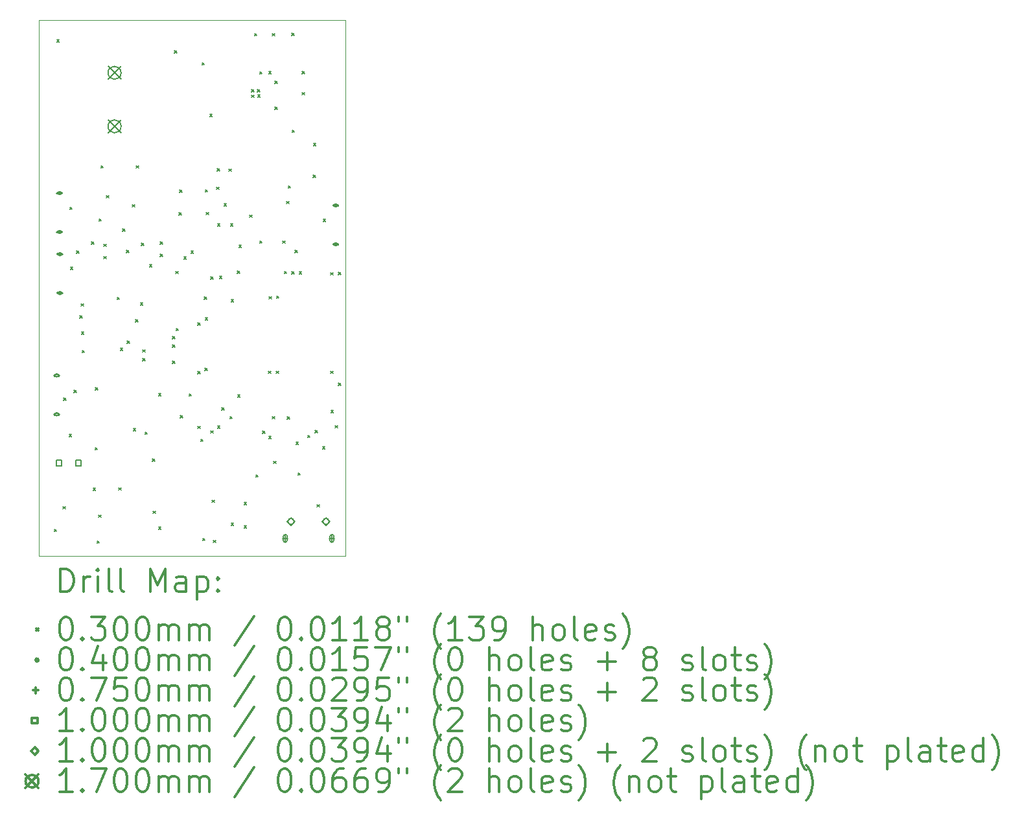
<source format=gbr>
%FSLAX45Y45*%
G04 Gerber Fmt 4.5, Leading zero omitted, Abs format (unit mm)*
G04 Created by KiCad (PCBNEW 5.1.10-88a1d61d58~88~ubuntu20.04.1) date 2021-05-21 15:10:12*
%MOMM*%
%LPD*%
G01*
G04 APERTURE LIST*
%TA.AperFunction,Profile*%
%ADD10C,0.100000*%
%TD*%
%ADD11C,0.200000*%
%ADD12C,0.300000*%
G04 APERTURE END LIST*
D10*
X11500000Y-3700000D02*
X15500000Y-3700000D01*
X15500000Y-10700000D02*
X11500000Y-10700000D01*
X11500000Y-10700000D02*
X11500000Y-3700000D01*
X15500000Y-3700000D02*
X15500000Y-10700000D01*
D11*
X11700000Y-10352500D02*
X11730000Y-10382500D01*
X11730000Y-10352500D02*
X11700000Y-10382500D01*
X11735000Y-3957500D02*
X11765000Y-3987500D01*
X11765000Y-3957500D02*
X11735000Y-3987500D01*
X11813500Y-10056500D02*
X11843500Y-10086500D01*
X11843500Y-10056500D02*
X11813500Y-10086500D01*
X11825000Y-8640000D02*
X11855000Y-8670000D01*
X11855000Y-8640000D02*
X11825000Y-8670000D01*
X11895000Y-9115000D02*
X11925000Y-9145000D01*
X11925000Y-9115000D02*
X11895000Y-9145000D01*
X11905000Y-6145000D02*
X11935000Y-6175000D01*
X11935000Y-6145000D02*
X11905000Y-6175000D01*
X11910000Y-6927500D02*
X11940000Y-6957500D01*
X11940000Y-6927500D02*
X11910000Y-6957500D01*
X11957500Y-8535000D02*
X11987500Y-8565000D01*
X11987500Y-8535000D02*
X11957500Y-8565000D01*
X11992000Y-6719000D02*
X12022000Y-6749000D01*
X12022000Y-6719000D02*
X11992000Y-6749000D01*
X12035000Y-7565000D02*
X12065000Y-7595000D01*
X12065000Y-7565000D02*
X12035000Y-7595000D01*
X12052000Y-7406500D02*
X12082000Y-7436500D01*
X12082000Y-7406500D02*
X12052000Y-7436500D01*
X12055000Y-7775000D02*
X12085000Y-7805000D01*
X12085000Y-7775000D02*
X12055000Y-7805000D01*
X12065000Y-8015000D02*
X12095000Y-8045000D01*
X12095000Y-8015000D02*
X12065000Y-8045000D01*
X12187500Y-6600000D02*
X12217500Y-6630000D01*
X12217500Y-6600000D02*
X12187500Y-6630000D01*
X12210000Y-9814000D02*
X12240000Y-9844000D01*
X12240000Y-9814000D02*
X12210000Y-9844000D01*
X12235000Y-9285000D02*
X12265000Y-9315000D01*
X12265000Y-9285000D02*
X12235000Y-9315000D01*
X12239999Y-8505000D02*
X12269999Y-8535000D01*
X12269999Y-8505000D02*
X12239999Y-8535000D01*
X12257500Y-10505000D02*
X12287500Y-10535000D01*
X12287500Y-10505000D02*
X12257500Y-10535000D01*
X12280000Y-10165000D02*
X12310000Y-10195000D01*
X12310000Y-10165000D02*
X12280000Y-10195000D01*
X12285000Y-6297500D02*
X12315000Y-6327500D01*
X12315000Y-6297500D02*
X12285000Y-6327500D01*
X12310000Y-5602500D02*
X12340000Y-5632500D01*
X12340000Y-5602500D02*
X12310000Y-5632500D01*
X12347500Y-6790000D02*
X12377500Y-6820000D01*
X12377500Y-6790000D02*
X12347500Y-6820000D01*
X12350000Y-6627500D02*
X12380000Y-6657500D01*
X12380000Y-6627500D02*
X12350000Y-6657500D01*
X12380000Y-5992500D02*
X12410000Y-6022500D01*
X12410000Y-5992500D02*
X12380000Y-6022500D01*
X12520576Y-7320576D02*
X12550576Y-7350576D01*
X12550576Y-7320576D02*
X12520576Y-7350576D01*
X12541000Y-9813000D02*
X12571000Y-9843000D01*
X12571000Y-9813000D02*
X12541000Y-9843000D01*
X12565576Y-7985000D02*
X12595576Y-8015000D01*
X12595576Y-7985000D02*
X12565576Y-8015000D01*
X12592500Y-6427500D02*
X12622500Y-6457500D01*
X12622500Y-6427500D02*
X12592500Y-6457500D01*
X12642500Y-6707500D02*
X12672500Y-6737500D01*
X12672500Y-6707500D02*
X12642500Y-6737500D01*
X12655000Y-7895000D02*
X12685000Y-7925000D01*
X12685000Y-7895000D02*
X12655000Y-7925000D01*
X12722500Y-6112500D02*
X12752500Y-6142500D01*
X12752500Y-6112500D02*
X12722500Y-6142500D01*
X12735000Y-9035000D02*
X12765000Y-9065000D01*
X12765000Y-9035000D02*
X12735000Y-9065000D01*
X12765000Y-7615000D02*
X12795000Y-7645000D01*
X12795000Y-7615000D02*
X12765000Y-7645000D01*
X12772500Y-5605000D02*
X12802500Y-5635000D01*
X12802500Y-5605000D02*
X12772500Y-5635000D01*
X12825000Y-7395000D02*
X12855000Y-7425000D01*
X12855000Y-7395000D02*
X12825000Y-7425000D01*
X12841010Y-6613990D02*
X12871010Y-6643990D01*
X12871010Y-6613990D02*
X12841010Y-6643990D01*
X12858076Y-8008320D02*
X12888076Y-8038320D01*
X12888076Y-8008320D02*
X12858076Y-8038320D01*
X12858076Y-8123320D02*
X12888076Y-8153320D01*
X12888076Y-8123320D02*
X12858076Y-8153320D01*
X12885000Y-9085000D02*
X12915000Y-9115000D01*
X12915000Y-9085000D02*
X12885000Y-9115000D01*
X12945000Y-6895000D02*
X12975000Y-6925000D01*
X12975000Y-6895000D02*
X12945000Y-6925000D01*
X12985000Y-9435000D02*
X13015000Y-9465000D01*
X13015000Y-9435000D02*
X12985000Y-9465000D01*
X12991000Y-10115000D02*
X13021000Y-10145000D01*
X13021000Y-10115000D02*
X12991000Y-10145000D01*
X13062500Y-10322500D02*
X13092500Y-10352500D01*
X13092500Y-10322500D02*
X13062500Y-10352500D01*
X13065000Y-8580000D02*
X13095000Y-8610000D01*
X13095000Y-8580000D02*
X13065000Y-8610000D01*
X13082500Y-6757500D02*
X13112500Y-6787500D01*
X13112500Y-6757500D02*
X13082500Y-6787500D01*
X13083010Y-6599490D02*
X13113010Y-6629490D01*
X13113010Y-6599490D02*
X13083010Y-6629490D01*
X13245000Y-7835000D02*
X13275000Y-7865000D01*
X13275000Y-7835000D02*
X13245000Y-7865000D01*
X13245000Y-7945000D02*
X13275000Y-7975000D01*
X13275000Y-7945000D02*
X13245000Y-7975000D01*
X13245000Y-8155000D02*
X13275000Y-8185000D01*
X13275000Y-8155000D02*
X13245000Y-8185000D01*
X13272500Y-4102500D02*
X13302500Y-4132500D01*
X13302500Y-4102500D02*
X13272500Y-4132500D01*
X13287000Y-6984000D02*
X13317000Y-7014000D01*
X13317000Y-6984000D02*
X13287000Y-7014000D01*
X13292000Y-7728000D02*
X13322000Y-7758000D01*
X13322000Y-7728000D02*
X13292000Y-7758000D01*
X13330000Y-6215000D02*
X13360000Y-6245000D01*
X13360000Y-6215000D02*
X13330000Y-6245000D01*
X13337500Y-5922500D02*
X13367500Y-5952500D01*
X13367500Y-5922500D02*
X13337500Y-5952500D01*
X13347500Y-8867500D02*
X13377500Y-8897500D01*
X13377500Y-8867500D02*
X13347500Y-8897500D01*
X13395000Y-6795000D02*
X13425000Y-6825000D01*
X13425000Y-6795000D02*
X13395000Y-6825000D01*
X13462500Y-8585000D02*
X13492500Y-8615000D01*
X13492500Y-8585000D02*
X13462500Y-8615000D01*
X13485000Y-6715000D02*
X13515000Y-6745000D01*
X13515000Y-6715000D02*
X13485000Y-6745000D01*
X13575000Y-8293000D02*
X13605000Y-8323000D01*
X13605000Y-8293000D02*
X13575000Y-8323000D01*
X13576750Y-9006750D02*
X13606750Y-9036750D01*
X13606750Y-9006750D02*
X13576750Y-9036750D01*
X13577000Y-7657000D02*
X13607000Y-7687000D01*
X13607000Y-7657000D02*
X13577000Y-7687000D01*
X13612500Y-9177500D02*
X13642500Y-9207500D01*
X13642500Y-9177500D02*
X13612500Y-9207500D01*
X13632000Y-4259000D02*
X13662000Y-4289000D01*
X13662000Y-4259000D02*
X13632000Y-4289000D01*
X13637500Y-10470000D02*
X13667500Y-10500000D01*
X13667500Y-10470000D02*
X13637500Y-10500000D01*
X13662000Y-7318000D02*
X13692000Y-7348000D01*
X13692000Y-7318000D02*
X13662000Y-7348000D01*
X13670000Y-8250000D02*
X13700000Y-8280000D01*
X13700000Y-8250000D02*
X13670000Y-8280000D01*
X13672000Y-7590000D02*
X13702000Y-7620000D01*
X13702000Y-7590000D02*
X13672000Y-7620000D01*
X13672500Y-5917500D02*
X13702500Y-5947500D01*
X13702500Y-5917500D02*
X13672500Y-5947500D01*
X13685000Y-6212500D02*
X13715000Y-6242500D01*
X13715000Y-6212500D02*
X13685000Y-6242500D01*
X13732000Y-4929000D02*
X13762000Y-4959000D01*
X13762000Y-4929000D02*
X13732000Y-4959000D01*
X13744000Y-9066000D02*
X13774000Y-9096000D01*
X13774000Y-9066000D02*
X13744000Y-9096000D01*
X13745000Y-7055000D02*
X13775000Y-7085000D01*
X13775000Y-7055000D02*
X13745000Y-7085000D01*
X13762000Y-9971000D02*
X13792000Y-10001000D01*
X13792000Y-9971000D02*
X13762000Y-10001000D01*
X13779000Y-10497000D02*
X13809000Y-10527000D01*
X13809000Y-10497000D02*
X13779000Y-10527000D01*
X13823000Y-5884500D02*
X13853000Y-5914500D01*
X13853000Y-5884500D02*
X13823000Y-5914500D01*
X13828000Y-5642000D02*
X13858000Y-5672000D01*
X13858000Y-5642000D02*
X13828000Y-5672000D01*
X13832500Y-6362500D02*
X13862500Y-6392500D01*
X13862500Y-6362500D02*
X13832500Y-6392500D01*
X13835000Y-9002500D02*
X13865000Y-9032500D01*
X13865000Y-9002500D02*
X13835000Y-9032500D01*
X13861000Y-7048000D02*
X13891000Y-7078000D01*
X13891000Y-7048000D02*
X13861000Y-7078000D01*
X13887500Y-8767500D02*
X13917500Y-8797500D01*
X13917500Y-8767500D02*
X13887500Y-8797500D01*
X13917500Y-6100000D02*
X13947500Y-6130000D01*
X13947500Y-6100000D02*
X13917500Y-6130000D01*
X13983000Y-5644500D02*
X14013000Y-5674500D01*
X14013000Y-5644500D02*
X13983000Y-5674500D01*
X13995000Y-8881000D02*
X14025000Y-8911000D01*
X14025000Y-8881000D02*
X13995000Y-8911000D01*
X14005000Y-6360000D02*
X14035000Y-6390000D01*
X14035000Y-6360000D02*
X14005000Y-6390000D01*
X14012000Y-7352000D02*
X14042000Y-7382000D01*
X14042000Y-7352000D02*
X14012000Y-7382000D01*
X14013000Y-10273000D02*
X14043000Y-10303000D01*
X14043000Y-10273000D02*
X14013000Y-10303000D01*
X14094000Y-6977000D02*
X14124000Y-7007000D01*
X14124000Y-6977000D02*
X14094000Y-7007000D01*
X14095000Y-8595000D02*
X14125000Y-8625000D01*
X14125000Y-8595000D02*
X14095000Y-8625000D01*
X14112000Y-6639000D02*
X14142000Y-6669000D01*
X14142000Y-6639000D02*
X14112000Y-6669000D01*
X14182500Y-10000000D02*
X14212500Y-10030000D01*
X14212500Y-10000000D02*
X14182500Y-10030000D01*
X14182500Y-10307500D02*
X14212500Y-10337500D01*
X14212500Y-10307500D02*
X14182500Y-10337500D01*
X14255000Y-6245000D02*
X14285000Y-6275000D01*
X14285000Y-6245000D02*
X14255000Y-6275000D01*
X14280000Y-4610000D02*
X14310000Y-4640000D01*
X14310000Y-4610000D02*
X14280000Y-4640000D01*
X14280000Y-4680000D02*
X14310000Y-4710000D01*
X14310000Y-4680000D02*
X14280000Y-4710000D01*
X14315000Y-3877500D02*
X14345000Y-3907500D01*
X14345000Y-3877500D02*
X14315000Y-3907500D01*
X14335000Y-9642500D02*
X14365000Y-9672500D01*
X14365000Y-9642500D02*
X14335000Y-9672500D01*
X14355000Y-4607500D02*
X14385000Y-4637500D01*
X14385000Y-4607500D02*
X14355000Y-4637500D01*
X14357500Y-4677500D02*
X14387500Y-4707500D01*
X14387500Y-4677500D02*
X14357500Y-4707500D01*
X14385000Y-4375000D02*
X14415000Y-4405000D01*
X14415000Y-4375000D02*
X14385000Y-4405000D01*
X14385000Y-6585000D02*
X14415000Y-6615000D01*
X14415000Y-6585000D02*
X14385000Y-6615000D01*
X14422000Y-9069000D02*
X14452000Y-9099000D01*
X14452000Y-9069000D02*
X14422000Y-9099000D01*
X14498000Y-8287000D02*
X14528000Y-8317000D01*
X14528000Y-8287000D02*
X14498000Y-8317000D01*
X14502000Y-9139000D02*
X14532000Y-9169000D01*
X14532000Y-9139000D02*
X14502000Y-9169000D01*
X14502500Y-4372500D02*
X14532500Y-4402500D01*
X14532500Y-4372500D02*
X14502500Y-4402500D01*
X14505000Y-7315000D02*
X14535000Y-7345000D01*
X14535000Y-7315000D02*
X14505000Y-7345000D01*
X14550000Y-3875000D02*
X14580000Y-3905000D01*
X14580000Y-3875000D02*
X14550000Y-3905000D01*
X14550000Y-8881000D02*
X14580000Y-8911000D01*
X14580000Y-8881000D02*
X14550000Y-8911000D01*
X14565000Y-9465000D02*
X14595000Y-9495000D01*
X14595000Y-9465000D02*
X14565000Y-9495000D01*
X14582000Y-4839000D02*
X14612000Y-4869000D01*
X14612000Y-4839000D02*
X14582000Y-4869000D01*
X14582500Y-4500000D02*
X14612500Y-4530000D01*
X14612500Y-4500000D02*
X14582500Y-4530000D01*
X14600000Y-8287000D02*
X14630000Y-8317000D01*
X14630000Y-8287000D02*
X14600000Y-8317000D01*
X14605000Y-7305000D02*
X14635000Y-7335000D01*
X14635000Y-7305000D02*
X14605000Y-7335000D01*
X14685000Y-6585000D02*
X14715000Y-6615000D01*
X14715000Y-6585000D02*
X14685000Y-6615000D01*
X14705000Y-6985000D02*
X14735000Y-7015000D01*
X14735000Y-6985000D02*
X14705000Y-7015000D01*
X14735000Y-6070000D02*
X14765000Y-6100000D01*
X14765000Y-6070000D02*
X14735000Y-6100000D01*
X14742500Y-8882500D02*
X14772500Y-8912500D01*
X14772500Y-8882500D02*
X14742500Y-8912500D01*
X14755000Y-5865000D02*
X14785000Y-5895000D01*
X14785000Y-5865000D02*
X14755000Y-5895000D01*
X14802000Y-6989000D02*
X14832000Y-7019000D01*
X14832000Y-6989000D02*
X14802000Y-7019000D01*
X14802500Y-3872500D02*
X14832500Y-3902500D01*
X14832500Y-3872500D02*
X14802500Y-3902500D01*
X14807500Y-5137500D02*
X14837500Y-5167500D01*
X14837500Y-5137500D02*
X14807500Y-5167500D01*
X14847500Y-6707500D02*
X14877500Y-6737500D01*
X14877500Y-6707500D02*
X14847500Y-6737500D01*
X14860000Y-9214000D02*
X14890000Y-9244000D01*
X14890000Y-9214000D02*
X14860000Y-9244000D01*
X14885000Y-9615000D02*
X14915000Y-9645000D01*
X14915000Y-9615000D02*
X14885000Y-9645000D01*
X14902000Y-6989000D02*
X14932000Y-7019000D01*
X14932000Y-6989000D02*
X14902000Y-7019000D01*
X14937500Y-4645000D02*
X14967500Y-4675000D01*
X14967500Y-4645000D02*
X14937500Y-4675000D01*
X14940000Y-4370000D02*
X14970000Y-4400000D01*
X14970000Y-4370000D02*
X14940000Y-4400000D01*
X15012000Y-9126501D02*
X15042000Y-9156501D01*
X15042000Y-9126501D02*
X15012000Y-9156501D01*
X15082500Y-5727500D02*
X15112500Y-5757500D01*
X15112500Y-5727500D02*
X15082500Y-5757500D01*
X15087500Y-5310000D02*
X15117500Y-5340000D01*
X15117500Y-5310000D02*
X15087500Y-5340000D01*
X15108400Y-9062600D02*
X15138400Y-9092600D01*
X15138400Y-9062600D02*
X15108400Y-9092600D01*
X15135000Y-10030000D02*
X15165000Y-10060000D01*
X15165000Y-10030000D02*
X15135000Y-10060000D01*
X15205000Y-9275000D02*
X15235000Y-9305000D01*
X15235000Y-9275000D02*
X15205000Y-9305000D01*
X15215000Y-6302500D02*
X15245000Y-6332500D01*
X15245000Y-6302500D02*
X15215000Y-6332500D01*
X15312500Y-7000000D02*
X15342500Y-7030000D01*
X15342500Y-7000000D02*
X15312500Y-7030000D01*
X15313000Y-8286000D02*
X15343000Y-8316000D01*
X15343000Y-8286000D02*
X15313000Y-8316000D01*
X15315000Y-8800000D02*
X15345000Y-8830000D01*
X15345000Y-8800000D02*
X15315000Y-8830000D01*
X15372000Y-8999000D02*
X15402000Y-9029000D01*
X15402000Y-8999000D02*
X15372000Y-9029000D01*
X15412500Y-6997500D02*
X15442500Y-7027500D01*
X15442500Y-6997500D02*
X15412500Y-7027500D01*
X15415000Y-8445000D02*
X15445000Y-8475000D01*
X15445000Y-8445000D02*
X15415000Y-8475000D01*
X11752300Y-8343500D02*
G75*
G03*
X11752300Y-8343500I-20000J0D01*
G01*
X11762300Y-8333500D02*
X11702300Y-8333500D01*
X11762300Y-8353500D02*
X11702300Y-8353500D01*
X11702300Y-8333500D02*
G75*
G03*
X11702300Y-8353500I0J-10000D01*
G01*
X11762300Y-8353500D02*
G75*
G03*
X11762300Y-8333500I0J10000D01*
G01*
X11752300Y-8851500D02*
G75*
G03*
X11752300Y-8851500I-20000J0D01*
G01*
X11762300Y-8841500D02*
X11702300Y-8841500D01*
X11762300Y-8861500D02*
X11702300Y-8861500D01*
X11702300Y-8841500D02*
G75*
G03*
X11702300Y-8861500I0J-10000D01*
G01*
X11762300Y-8861500D02*
G75*
G03*
X11762300Y-8841500I0J10000D01*
G01*
X11789000Y-5963000D02*
G75*
G03*
X11789000Y-5963000I-20000J0D01*
G01*
X11799000Y-5953000D02*
X11739000Y-5953000D01*
X11799000Y-5973000D02*
X11739000Y-5973000D01*
X11739000Y-5953000D02*
G75*
G03*
X11739000Y-5973000I0J-10000D01*
G01*
X11799000Y-5973000D02*
G75*
G03*
X11799000Y-5953000I0J10000D01*
G01*
X11789000Y-6471000D02*
G75*
G03*
X11789000Y-6471000I-20000J0D01*
G01*
X11799000Y-6461000D02*
X11739000Y-6461000D01*
X11799000Y-6481000D02*
X11739000Y-6481000D01*
X11739000Y-6461000D02*
G75*
G03*
X11739000Y-6481000I0J-10000D01*
G01*
X11799000Y-6481000D02*
G75*
G03*
X11799000Y-6461000I0J10000D01*
G01*
X11793000Y-6759000D02*
G75*
G03*
X11793000Y-6759000I-20000J0D01*
G01*
X11803000Y-6749000D02*
X11743000Y-6749000D01*
X11803000Y-6769000D02*
X11743000Y-6769000D01*
X11743000Y-6749000D02*
G75*
G03*
X11743000Y-6769000I0J-10000D01*
G01*
X11803000Y-6769000D02*
G75*
G03*
X11803000Y-6749000I0J10000D01*
G01*
X11793000Y-7267000D02*
G75*
G03*
X11793000Y-7267000I-20000J0D01*
G01*
X11803000Y-7257000D02*
X11743000Y-7257000D01*
X11803000Y-7277000D02*
X11743000Y-7277000D01*
X11743000Y-7257000D02*
G75*
G03*
X11743000Y-7277000I0J-10000D01*
G01*
X11803000Y-7277000D02*
G75*
G03*
X11803000Y-7257000I0J10000D01*
G01*
X15398700Y-6121500D02*
G75*
G03*
X15398700Y-6121500I-20000J0D01*
G01*
X15348700Y-6131500D02*
X15408700Y-6131500D01*
X15348700Y-6111500D02*
X15408700Y-6111500D01*
X15408700Y-6131500D02*
G75*
G03*
X15408700Y-6111500I0J10000D01*
G01*
X15348700Y-6111500D02*
G75*
G03*
X15348700Y-6131500I0J-10000D01*
G01*
X15398700Y-6629500D02*
G75*
G03*
X15398700Y-6629500I-20000J0D01*
G01*
X15348700Y-6639500D02*
X15408700Y-6639500D01*
X15348700Y-6619500D02*
X15408700Y-6619500D01*
X15408700Y-6639500D02*
G75*
G03*
X15408700Y-6619500I0J10000D01*
G01*
X15348700Y-6619500D02*
G75*
G03*
X15348700Y-6639500I0J-10000D01*
G01*
X14717200Y-10435200D02*
X14717200Y-10510200D01*
X14679700Y-10472700D02*
X14754700Y-10472700D01*
X14689700Y-10450200D02*
X14689700Y-10495200D01*
X14744700Y-10450200D02*
X14744700Y-10495200D01*
X14689700Y-10495200D02*
G75*
G03*
X14744700Y-10495200I27500J0D01*
G01*
X14744700Y-10450200D02*
G75*
G03*
X14689700Y-10450200I-27500J0D01*
G01*
X15326800Y-10435200D02*
X15326800Y-10510200D01*
X15289300Y-10472700D02*
X15364300Y-10472700D01*
X15299300Y-10450200D02*
X15299300Y-10495200D01*
X15354300Y-10450200D02*
X15354300Y-10495200D01*
X15299300Y-10495200D02*
G75*
G03*
X15354300Y-10495200I27500J0D01*
G01*
X15354300Y-10450200D02*
G75*
G03*
X15299300Y-10450200I-27500J0D01*
G01*
X11796356Y-9522356D02*
X11796356Y-9451644D01*
X11725644Y-9451644D01*
X11725644Y-9522356D01*
X11796356Y-9522356D01*
X12050356Y-9522356D02*
X12050356Y-9451644D01*
X11979644Y-9451644D01*
X11979644Y-9522356D01*
X12050356Y-9522356D01*
X14793400Y-10300450D02*
X14843400Y-10250450D01*
X14793400Y-10200450D01*
X14743400Y-10250450D01*
X14793400Y-10300450D01*
X14753400Y-10250450D02*
X14753400Y-10250450D01*
X14833400Y-10250450D02*
X14833400Y-10250450D01*
X14753400Y-10250450D02*
G75*
G03*
X14833400Y-10250450I40000J0D01*
G01*
X14833400Y-10250450D02*
G75*
G03*
X14753400Y-10250450I-40000J0D01*
G01*
X15250600Y-10300450D02*
X15300600Y-10250450D01*
X15250600Y-10200450D01*
X15200600Y-10250450D01*
X15250600Y-10300450D01*
X15210600Y-10250450D02*
X15210600Y-10250450D01*
X15290600Y-10250450D02*
X15290600Y-10250450D01*
X15210600Y-10250450D02*
G75*
G03*
X15290600Y-10250450I40000J0D01*
G01*
X15290600Y-10250450D02*
G75*
G03*
X15210600Y-10250450I-40000J0D01*
G01*
X12403000Y-4304000D02*
X12573000Y-4474000D01*
X12573000Y-4304000D02*
X12403000Y-4474000D01*
X12573000Y-4389000D02*
G75*
G03*
X12573000Y-4389000I-85000J0D01*
G01*
X12403000Y-5004000D02*
X12573000Y-5174000D01*
X12573000Y-5004000D02*
X12403000Y-5174000D01*
X12573000Y-5089000D02*
G75*
G03*
X12573000Y-5089000I-85000J0D01*
G01*
D12*
X11781428Y-11170714D02*
X11781428Y-10870714D01*
X11852857Y-10870714D01*
X11895714Y-10885000D01*
X11924286Y-10913572D01*
X11938571Y-10942143D01*
X11952857Y-10999286D01*
X11952857Y-11042143D01*
X11938571Y-11099286D01*
X11924286Y-11127857D01*
X11895714Y-11156429D01*
X11852857Y-11170714D01*
X11781428Y-11170714D01*
X12081428Y-11170714D02*
X12081428Y-10970714D01*
X12081428Y-11027857D02*
X12095714Y-10999286D01*
X12110000Y-10985000D01*
X12138571Y-10970714D01*
X12167143Y-10970714D01*
X12267143Y-11170714D02*
X12267143Y-10970714D01*
X12267143Y-10870714D02*
X12252857Y-10885000D01*
X12267143Y-10899286D01*
X12281428Y-10885000D01*
X12267143Y-10870714D01*
X12267143Y-10899286D01*
X12452857Y-11170714D02*
X12424286Y-11156429D01*
X12410000Y-11127857D01*
X12410000Y-10870714D01*
X12610000Y-11170714D02*
X12581428Y-11156429D01*
X12567143Y-11127857D01*
X12567143Y-10870714D01*
X12952857Y-11170714D02*
X12952857Y-10870714D01*
X13052857Y-11085000D01*
X13152857Y-10870714D01*
X13152857Y-11170714D01*
X13424286Y-11170714D02*
X13424286Y-11013572D01*
X13410000Y-10985000D01*
X13381428Y-10970714D01*
X13324286Y-10970714D01*
X13295714Y-10985000D01*
X13424286Y-11156429D02*
X13395714Y-11170714D01*
X13324286Y-11170714D01*
X13295714Y-11156429D01*
X13281428Y-11127857D01*
X13281428Y-11099286D01*
X13295714Y-11070714D01*
X13324286Y-11056429D01*
X13395714Y-11056429D01*
X13424286Y-11042143D01*
X13567143Y-10970714D02*
X13567143Y-11270714D01*
X13567143Y-10985000D02*
X13595714Y-10970714D01*
X13652857Y-10970714D01*
X13681428Y-10985000D01*
X13695714Y-10999286D01*
X13710000Y-11027857D01*
X13710000Y-11113572D01*
X13695714Y-11142143D01*
X13681428Y-11156429D01*
X13652857Y-11170714D01*
X13595714Y-11170714D01*
X13567143Y-11156429D01*
X13838571Y-11142143D02*
X13852857Y-11156429D01*
X13838571Y-11170714D01*
X13824286Y-11156429D01*
X13838571Y-11142143D01*
X13838571Y-11170714D01*
X13838571Y-10985000D02*
X13852857Y-10999286D01*
X13838571Y-11013572D01*
X13824286Y-10999286D01*
X13838571Y-10985000D01*
X13838571Y-11013572D01*
X11465000Y-11650000D02*
X11495000Y-11680000D01*
X11495000Y-11650000D02*
X11465000Y-11680000D01*
X11838571Y-11500714D02*
X11867143Y-11500714D01*
X11895714Y-11515000D01*
X11910000Y-11529286D01*
X11924286Y-11557857D01*
X11938571Y-11615000D01*
X11938571Y-11686429D01*
X11924286Y-11743571D01*
X11910000Y-11772143D01*
X11895714Y-11786429D01*
X11867143Y-11800714D01*
X11838571Y-11800714D01*
X11810000Y-11786429D01*
X11795714Y-11772143D01*
X11781428Y-11743571D01*
X11767143Y-11686429D01*
X11767143Y-11615000D01*
X11781428Y-11557857D01*
X11795714Y-11529286D01*
X11810000Y-11515000D01*
X11838571Y-11500714D01*
X12067143Y-11772143D02*
X12081428Y-11786429D01*
X12067143Y-11800714D01*
X12052857Y-11786429D01*
X12067143Y-11772143D01*
X12067143Y-11800714D01*
X12181428Y-11500714D02*
X12367143Y-11500714D01*
X12267143Y-11615000D01*
X12310000Y-11615000D01*
X12338571Y-11629286D01*
X12352857Y-11643571D01*
X12367143Y-11672143D01*
X12367143Y-11743571D01*
X12352857Y-11772143D01*
X12338571Y-11786429D01*
X12310000Y-11800714D01*
X12224286Y-11800714D01*
X12195714Y-11786429D01*
X12181428Y-11772143D01*
X12552857Y-11500714D02*
X12581428Y-11500714D01*
X12610000Y-11515000D01*
X12624286Y-11529286D01*
X12638571Y-11557857D01*
X12652857Y-11615000D01*
X12652857Y-11686429D01*
X12638571Y-11743571D01*
X12624286Y-11772143D01*
X12610000Y-11786429D01*
X12581428Y-11800714D01*
X12552857Y-11800714D01*
X12524286Y-11786429D01*
X12510000Y-11772143D01*
X12495714Y-11743571D01*
X12481428Y-11686429D01*
X12481428Y-11615000D01*
X12495714Y-11557857D01*
X12510000Y-11529286D01*
X12524286Y-11515000D01*
X12552857Y-11500714D01*
X12838571Y-11500714D02*
X12867143Y-11500714D01*
X12895714Y-11515000D01*
X12910000Y-11529286D01*
X12924286Y-11557857D01*
X12938571Y-11615000D01*
X12938571Y-11686429D01*
X12924286Y-11743571D01*
X12910000Y-11772143D01*
X12895714Y-11786429D01*
X12867143Y-11800714D01*
X12838571Y-11800714D01*
X12810000Y-11786429D01*
X12795714Y-11772143D01*
X12781428Y-11743571D01*
X12767143Y-11686429D01*
X12767143Y-11615000D01*
X12781428Y-11557857D01*
X12795714Y-11529286D01*
X12810000Y-11515000D01*
X12838571Y-11500714D01*
X13067143Y-11800714D02*
X13067143Y-11600714D01*
X13067143Y-11629286D02*
X13081428Y-11615000D01*
X13110000Y-11600714D01*
X13152857Y-11600714D01*
X13181428Y-11615000D01*
X13195714Y-11643571D01*
X13195714Y-11800714D01*
X13195714Y-11643571D02*
X13210000Y-11615000D01*
X13238571Y-11600714D01*
X13281428Y-11600714D01*
X13310000Y-11615000D01*
X13324286Y-11643571D01*
X13324286Y-11800714D01*
X13467143Y-11800714D02*
X13467143Y-11600714D01*
X13467143Y-11629286D02*
X13481428Y-11615000D01*
X13510000Y-11600714D01*
X13552857Y-11600714D01*
X13581428Y-11615000D01*
X13595714Y-11643571D01*
X13595714Y-11800714D01*
X13595714Y-11643571D02*
X13610000Y-11615000D01*
X13638571Y-11600714D01*
X13681428Y-11600714D01*
X13710000Y-11615000D01*
X13724286Y-11643571D01*
X13724286Y-11800714D01*
X14310000Y-11486429D02*
X14052857Y-11872143D01*
X14695714Y-11500714D02*
X14724286Y-11500714D01*
X14752857Y-11515000D01*
X14767143Y-11529286D01*
X14781428Y-11557857D01*
X14795714Y-11615000D01*
X14795714Y-11686429D01*
X14781428Y-11743571D01*
X14767143Y-11772143D01*
X14752857Y-11786429D01*
X14724286Y-11800714D01*
X14695714Y-11800714D01*
X14667143Y-11786429D01*
X14652857Y-11772143D01*
X14638571Y-11743571D01*
X14624286Y-11686429D01*
X14624286Y-11615000D01*
X14638571Y-11557857D01*
X14652857Y-11529286D01*
X14667143Y-11515000D01*
X14695714Y-11500714D01*
X14924286Y-11772143D02*
X14938571Y-11786429D01*
X14924286Y-11800714D01*
X14910000Y-11786429D01*
X14924286Y-11772143D01*
X14924286Y-11800714D01*
X15124286Y-11500714D02*
X15152857Y-11500714D01*
X15181428Y-11515000D01*
X15195714Y-11529286D01*
X15210000Y-11557857D01*
X15224286Y-11615000D01*
X15224286Y-11686429D01*
X15210000Y-11743571D01*
X15195714Y-11772143D01*
X15181428Y-11786429D01*
X15152857Y-11800714D01*
X15124286Y-11800714D01*
X15095714Y-11786429D01*
X15081428Y-11772143D01*
X15067143Y-11743571D01*
X15052857Y-11686429D01*
X15052857Y-11615000D01*
X15067143Y-11557857D01*
X15081428Y-11529286D01*
X15095714Y-11515000D01*
X15124286Y-11500714D01*
X15510000Y-11800714D02*
X15338571Y-11800714D01*
X15424286Y-11800714D02*
X15424286Y-11500714D01*
X15395714Y-11543571D01*
X15367143Y-11572143D01*
X15338571Y-11586429D01*
X15795714Y-11800714D02*
X15624286Y-11800714D01*
X15710000Y-11800714D02*
X15710000Y-11500714D01*
X15681428Y-11543571D01*
X15652857Y-11572143D01*
X15624286Y-11586429D01*
X15967143Y-11629286D02*
X15938571Y-11615000D01*
X15924286Y-11600714D01*
X15910000Y-11572143D01*
X15910000Y-11557857D01*
X15924286Y-11529286D01*
X15938571Y-11515000D01*
X15967143Y-11500714D01*
X16024286Y-11500714D01*
X16052857Y-11515000D01*
X16067143Y-11529286D01*
X16081428Y-11557857D01*
X16081428Y-11572143D01*
X16067143Y-11600714D01*
X16052857Y-11615000D01*
X16024286Y-11629286D01*
X15967143Y-11629286D01*
X15938571Y-11643571D01*
X15924286Y-11657857D01*
X15910000Y-11686429D01*
X15910000Y-11743571D01*
X15924286Y-11772143D01*
X15938571Y-11786429D01*
X15967143Y-11800714D01*
X16024286Y-11800714D01*
X16052857Y-11786429D01*
X16067143Y-11772143D01*
X16081428Y-11743571D01*
X16081428Y-11686429D01*
X16067143Y-11657857D01*
X16052857Y-11643571D01*
X16024286Y-11629286D01*
X16195714Y-11500714D02*
X16195714Y-11557857D01*
X16310000Y-11500714D02*
X16310000Y-11557857D01*
X16752857Y-11915000D02*
X16738571Y-11900714D01*
X16710000Y-11857857D01*
X16695714Y-11829286D01*
X16681428Y-11786429D01*
X16667143Y-11715000D01*
X16667143Y-11657857D01*
X16681428Y-11586429D01*
X16695714Y-11543571D01*
X16710000Y-11515000D01*
X16738571Y-11472143D01*
X16752857Y-11457857D01*
X17024286Y-11800714D02*
X16852857Y-11800714D01*
X16938571Y-11800714D02*
X16938571Y-11500714D01*
X16910000Y-11543571D01*
X16881428Y-11572143D01*
X16852857Y-11586429D01*
X17124286Y-11500714D02*
X17310000Y-11500714D01*
X17210000Y-11615000D01*
X17252857Y-11615000D01*
X17281428Y-11629286D01*
X17295714Y-11643571D01*
X17310000Y-11672143D01*
X17310000Y-11743571D01*
X17295714Y-11772143D01*
X17281428Y-11786429D01*
X17252857Y-11800714D01*
X17167143Y-11800714D01*
X17138571Y-11786429D01*
X17124286Y-11772143D01*
X17452857Y-11800714D02*
X17510000Y-11800714D01*
X17538571Y-11786429D01*
X17552857Y-11772143D01*
X17581428Y-11729286D01*
X17595714Y-11672143D01*
X17595714Y-11557857D01*
X17581428Y-11529286D01*
X17567143Y-11515000D01*
X17538571Y-11500714D01*
X17481428Y-11500714D01*
X17452857Y-11515000D01*
X17438571Y-11529286D01*
X17424286Y-11557857D01*
X17424286Y-11629286D01*
X17438571Y-11657857D01*
X17452857Y-11672143D01*
X17481428Y-11686429D01*
X17538571Y-11686429D01*
X17567143Y-11672143D01*
X17581428Y-11657857D01*
X17595714Y-11629286D01*
X17952857Y-11800714D02*
X17952857Y-11500714D01*
X18081428Y-11800714D02*
X18081428Y-11643571D01*
X18067143Y-11615000D01*
X18038571Y-11600714D01*
X17995714Y-11600714D01*
X17967143Y-11615000D01*
X17952857Y-11629286D01*
X18267143Y-11800714D02*
X18238571Y-11786429D01*
X18224286Y-11772143D01*
X18210000Y-11743571D01*
X18210000Y-11657857D01*
X18224286Y-11629286D01*
X18238571Y-11615000D01*
X18267143Y-11600714D01*
X18310000Y-11600714D01*
X18338571Y-11615000D01*
X18352857Y-11629286D01*
X18367143Y-11657857D01*
X18367143Y-11743571D01*
X18352857Y-11772143D01*
X18338571Y-11786429D01*
X18310000Y-11800714D01*
X18267143Y-11800714D01*
X18538571Y-11800714D02*
X18510000Y-11786429D01*
X18495714Y-11757857D01*
X18495714Y-11500714D01*
X18767143Y-11786429D02*
X18738571Y-11800714D01*
X18681428Y-11800714D01*
X18652857Y-11786429D01*
X18638571Y-11757857D01*
X18638571Y-11643571D01*
X18652857Y-11615000D01*
X18681428Y-11600714D01*
X18738571Y-11600714D01*
X18767143Y-11615000D01*
X18781428Y-11643571D01*
X18781428Y-11672143D01*
X18638571Y-11700714D01*
X18895714Y-11786429D02*
X18924286Y-11800714D01*
X18981428Y-11800714D01*
X19010000Y-11786429D01*
X19024286Y-11757857D01*
X19024286Y-11743571D01*
X19010000Y-11715000D01*
X18981428Y-11700714D01*
X18938571Y-11700714D01*
X18910000Y-11686429D01*
X18895714Y-11657857D01*
X18895714Y-11643571D01*
X18910000Y-11615000D01*
X18938571Y-11600714D01*
X18981428Y-11600714D01*
X19010000Y-11615000D01*
X19124286Y-11915000D02*
X19138571Y-11900714D01*
X19167143Y-11857857D01*
X19181428Y-11829286D01*
X19195714Y-11786429D01*
X19210000Y-11715000D01*
X19210000Y-11657857D01*
X19195714Y-11586429D01*
X19181428Y-11543571D01*
X19167143Y-11515000D01*
X19138571Y-11472143D01*
X19124286Y-11457857D01*
X11495000Y-12061000D02*
G75*
G03*
X11495000Y-12061000I-20000J0D01*
G01*
X11838571Y-11896714D02*
X11867143Y-11896714D01*
X11895714Y-11911000D01*
X11910000Y-11925286D01*
X11924286Y-11953857D01*
X11938571Y-12011000D01*
X11938571Y-12082429D01*
X11924286Y-12139571D01*
X11910000Y-12168143D01*
X11895714Y-12182429D01*
X11867143Y-12196714D01*
X11838571Y-12196714D01*
X11810000Y-12182429D01*
X11795714Y-12168143D01*
X11781428Y-12139571D01*
X11767143Y-12082429D01*
X11767143Y-12011000D01*
X11781428Y-11953857D01*
X11795714Y-11925286D01*
X11810000Y-11911000D01*
X11838571Y-11896714D01*
X12067143Y-12168143D02*
X12081428Y-12182429D01*
X12067143Y-12196714D01*
X12052857Y-12182429D01*
X12067143Y-12168143D01*
X12067143Y-12196714D01*
X12338571Y-11996714D02*
X12338571Y-12196714D01*
X12267143Y-11882429D02*
X12195714Y-12096714D01*
X12381428Y-12096714D01*
X12552857Y-11896714D02*
X12581428Y-11896714D01*
X12610000Y-11911000D01*
X12624286Y-11925286D01*
X12638571Y-11953857D01*
X12652857Y-12011000D01*
X12652857Y-12082429D01*
X12638571Y-12139571D01*
X12624286Y-12168143D01*
X12610000Y-12182429D01*
X12581428Y-12196714D01*
X12552857Y-12196714D01*
X12524286Y-12182429D01*
X12510000Y-12168143D01*
X12495714Y-12139571D01*
X12481428Y-12082429D01*
X12481428Y-12011000D01*
X12495714Y-11953857D01*
X12510000Y-11925286D01*
X12524286Y-11911000D01*
X12552857Y-11896714D01*
X12838571Y-11896714D02*
X12867143Y-11896714D01*
X12895714Y-11911000D01*
X12910000Y-11925286D01*
X12924286Y-11953857D01*
X12938571Y-12011000D01*
X12938571Y-12082429D01*
X12924286Y-12139571D01*
X12910000Y-12168143D01*
X12895714Y-12182429D01*
X12867143Y-12196714D01*
X12838571Y-12196714D01*
X12810000Y-12182429D01*
X12795714Y-12168143D01*
X12781428Y-12139571D01*
X12767143Y-12082429D01*
X12767143Y-12011000D01*
X12781428Y-11953857D01*
X12795714Y-11925286D01*
X12810000Y-11911000D01*
X12838571Y-11896714D01*
X13067143Y-12196714D02*
X13067143Y-11996714D01*
X13067143Y-12025286D02*
X13081428Y-12011000D01*
X13110000Y-11996714D01*
X13152857Y-11996714D01*
X13181428Y-12011000D01*
X13195714Y-12039571D01*
X13195714Y-12196714D01*
X13195714Y-12039571D02*
X13210000Y-12011000D01*
X13238571Y-11996714D01*
X13281428Y-11996714D01*
X13310000Y-12011000D01*
X13324286Y-12039571D01*
X13324286Y-12196714D01*
X13467143Y-12196714D02*
X13467143Y-11996714D01*
X13467143Y-12025286D02*
X13481428Y-12011000D01*
X13510000Y-11996714D01*
X13552857Y-11996714D01*
X13581428Y-12011000D01*
X13595714Y-12039571D01*
X13595714Y-12196714D01*
X13595714Y-12039571D02*
X13610000Y-12011000D01*
X13638571Y-11996714D01*
X13681428Y-11996714D01*
X13710000Y-12011000D01*
X13724286Y-12039571D01*
X13724286Y-12196714D01*
X14310000Y-11882429D02*
X14052857Y-12268143D01*
X14695714Y-11896714D02*
X14724286Y-11896714D01*
X14752857Y-11911000D01*
X14767143Y-11925286D01*
X14781428Y-11953857D01*
X14795714Y-12011000D01*
X14795714Y-12082429D01*
X14781428Y-12139571D01*
X14767143Y-12168143D01*
X14752857Y-12182429D01*
X14724286Y-12196714D01*
X14695714Y-12196714D01*
X14667143Y-12182429D01*
X14652857Y-12168143D01*
X14638571Y-12139571D01*
X14624286Y-12082429D01*
X14624286Y-12011000D01*
X14638571Y-11953857D01*
X14652857Y-11925286D01*
X14667143Y-11911000D01*
X14695714Y-11896714D01*
X14924286Y-12168143D02*
X14938571Y-12182429D01*
X14924286Y-12196714D01*
X14910000Y-12182429D01*
X14924286Y-12168143D01*
X14924286Y-12196714D01*
X15124286Y-11896714D02*
X15152857Y-11896714D01*
X15181428Y-11911000D01*
X15195714Y-11925286D01*
X15210000Y-11953857D01*
X15224286Y-12011000D01*
X15224286Y-12082429D01*
X15210000Y-12139571D01*
X15195714Y-12168143D01*
X15181428Y-12182429D01*
X15152857Y-12196714D01*
X15124286Y-12196714D01*
X15095714Y-12182429D01*
X15081428Y-12168143D01*
X15067143Y-12139571D01*
X15052857Y-12082429D01*
X15052857Y-12011000D01*
X15067143Y-11953857D01*
X15081428Y-11925286D01*
X15095714Y-11911000D01*
X15124286Y-11896714D01*
X15510000Y-12196714D02*
X15338571Y-12196714D01*
X15424286Y-12196714D02*
X15424286Y-11896714D01*
X15395714Y-11939571D01*
X15367143Y-11968143D01*
X15338571Y-11982429D01*
X15781428Y-11896714D02*
X15638571Y-11896714D01*
X15624286Y-12039571D01*
X15638571Y-12025286D01*
X15667143Y-12011000D01*
X15738571Y-12011000D01*
X15767143Y-12025286D01*
X15781428Y-12039571D01*
X15795714Y-12068143D01*
X15795714Y-12139571D01*
X15781428Y-12168143D01*
X15767143Y-12182429D01*
X15738571Y-12196714D01*
X15667143Y-12196714D01*
X15638571Y-12182429D01*
X15624286Y-12168143D01*
X15895714Y-11896714D02*
X16095714Y-11896714D01*
X15967143Y-12196714D01*
X16195714Y-11896714D02*
X16195714Y-11953857D01*
X16310000Y-11896714D02*
X16310000Y-11953857D01*
X16752857Y-12311000D02*
X16738571Y-12296714D01*
X16710000Y-12253857D01*
X16695714Y-12225286D01*
X16681428Y-12182429D01*
X16667143Y-12111000D01*
X16667143Y-12053857D01*
X16681428Y-11982429D01*
X16695714Y-11939571D01*
X16710000Y-11911000D01*
X16738571Y-11868143D01*
X16752857Y-11853857D01*
X16924286Y-11896714D02*
X16952857Y-11896714D01*
X16981428Y-11911000D01*
X16995714Y-11925286D01*
X17010000Y-11953857D01*
X17024286Y-12011000D01*
X17024286Y-12082429D01*
X17010000Y-12139571D01*
X16995714Y-12168143D01*
X16981428Y-12182429D01*
X16952857Y-12196714D01*
X16924286Y-12196714D01*
X16895714Y-12182429D01*
X16881428Y-12168143D01*
X16867143Y-12139571D01*
X16852857Y-12082429D01*
X16852857Y-12011000D01*
X16867143Y-11953857D01*
X16881428Y-11925286D01*
X16895714Y-11911000D01*
X16924286Y-11896714D01*
X17381428Y-12196714D02*
X17381428Y-11896714D01*
X17510000Y-12196714D02*
X17510000Y-12039571D01*
X17495714Y-12011000D01*
X17467143Y-11996714D01*
X17424286Y-11996714D01*
X17395714Y-12011000D01*
X17381428Y-12025286D01*
X17695714Y-12196714D02*
X17667143Y-12182429D01*
X17652857Y-12168143D01*
X17638571Y-12139571D01*
X17638571Y-12053857D01*
X17652857Y-12025286D01*
X17667143Y-12011000D01*
X17695714Y-11996714D01*
X17738571Y-11996714D01*
X17767143Y-12011000D01*
X17781428Y-12025286D01*
X17795714Y-12053857D01*
X17795714Y-12139571D01*
X17781428Y-12168143D01*
X17767143Y-12182429D01*
X17738571Y-12196714D01*
X17695714Y-12196714D01*
X17967143Y-12196714D02*
X17938571Y-12182429D01*
X17924286Y-12153857D01*
X17924286Y-11896714D01*
X18195714Y-12182429D02*
X18167143Y-12196714D01*
X18110000Y-12196714D01*
X18081428Y-12182429D01*
X18067143Y-12153857D01*
X18067143Y-12039571D01*
X18081428Y-12011000D01*
X18110000Y-11996714D01*
X18167143Y-11996714D01*
X18195714Y-12011000D01*
X18210000Y-12039571D01*
X18210000Y-12068143D01*
X18067143Y-12096714D01*
X18324286Y-12182429D02*
X18352857Y-12196714D01*
X18410000Y-12196714D01*
X18438571Y-12182429D01*
X18452857Y-12153857D01*
X18452857Y-12139571D01*
X18438571Y-12111000D01*
X18410000Y-12096714D01*
X18367143Y-12096714D01*
X18338571Y-12082429D01*
X18324286Y-12053857D01*
X18324286Y-12039571D01*
X18338571Y-12011000D01*
X18367143Y-11996714D01*
X18410000Y-11996714D01*
X18438571Y-12011000D01*
X18810000Y-12082429D02*
X19038571Y-12082429D01*
X18924286Y-12196714D02*
X18924286Y-11968143D01*
X19452857Y-12025286D02*
X19424286Y-12011000D01*
X19410000Y-11996714D01*
X19395714Y-11968143D01*
X19395714Y-11953857D01*
X19410000Y-11925286D01*
X19424286Y-11911000D01*
X19452857Y-11896714D01*
X19510000Y-11896714D01*
X19538571Y-11911000D01*
X19552857Y-11925286D01*
X19567143Y-11953857D01*
X19567143Y-11968143D01*
X19552857Y-11996714D01*
X19538571Y-12011000D01*
X19510000Y-12025286D01*
X19452857Y-12025286D01*
X19424286Y-12039571D01*
X19410000Y-12053857D01*
X19395714Y-12082429D01*
X19395714Y-12139571D01*
X19410000Y-12168143D01*
X19424286Y-12182429D01*
X19452857Y-12196714D01*
X19510000Y-12196714D01*
X19538571Y-12182429D01*
X19552857Y-12168143D01*
X19567143Y-12139571D01*
X19567143Y-12082429D01*
X19552857Y-12053857D01*
X19538571Y-12039571D01*
X19510000Y-12025286D01*
X19910000Y-12182429D02*
X19938571Y-12196714D01*
X19995714Y-12196714D01*
X20024286Y-12182429D01*
X20038571Y-12153857D01*
X20038571Y-12139571D01*
X20024286Y-12111000D01*
X19995714Y-12096714D01*
X19952857Y-12096714D01*
X19924286Y-12082429D01*
X19910000Y-12053857D01*
X19910000Y-12039571D01*
X19924286Y-12011000D01*
X19952857Y-11996714D01*
X19995714Y-11996714D01*
X20024286Y-12011000D01*
X20210000Y-12196714D02*
X20181428Y-12182429D01*
X20167143Y-12153857D01*
X20167143Y-11896714D01*
X20367143Y-12196714D02*
X20338571Y-12182429D01*
X20324286Y-12168143D01*
X20310000Y-12139571D01*
X20310000Y-12053857D01*
X20324286Y-12025286D01*
X20338571Y-12011000D01*
X20367143Y-11996714D01*
X20410000Y-11996714D01*
X20438571Y-12011000D01*
X20452857Y-12025286D01*
X20467143Y-12053857D01*
X20467143Y-12139571D01*
X20452857Y-12168143D01*
X20438571Y-12182429D01*
X20410000Y-12196714D01*
X20367143Y-12196714D01*
X20552857Y-11996714D02*
X20667143Y-11996714D01*
X20595714Y-11896714D02*
X20595714Y-12153857D01*
X20610000Y-12182429D01*
X20638571Y-12196714D01*
X20667143Y-12196714D01*
X20752857Y-12182429D02*
X20781428Y-12196714D01*
X20838571Y-12196714D01*
X20867143Y-12182429D01*
X20881428Y-12153857D01*
X20881428Y-12139571D01*
X20867143Y-12111000D01*
X20838571Y-12096714D01*
X20795714Y-12096714D01*
X20767143Y-12082429D01*
X20752857Y-12053857D01*
X20752857Y-12039571D01*
X20767143Y-12011000D01*
X20795714Y-11996714D01*
X20838571Y-11996714D01*
X20867143Y-12011000D01*
X20981428Y-12311000D02*
X20995714Y-12296714D01*
X21024286Y-12253857D01*
X21038571Y-12225286D01*
X21052857Y-12182429D01*
X21067143Y-12111000D01*
X21067143Y-12053857D01*
X21052857Y-11982429D01*
X21038571Y-11939571D01*
X21024286Y-11911000D01*
X20995714Y-11868143D01*
X20981428Y-11853857D01*
X11457500Y-12419500D02*
X11457500Y-12494500D01*
X11420000Y-12457000D02*
X11495000Y-12457000D01*
X11838571Y-12292714D02*
X11867143Y-12292714D01*
X11895714Y-12307000D01*
X11910000Y-12321286D01*
X11924286Y-12349857D01*
X11938571Y-12407000D01*
X11938571Y-12478429D01*
X11924286Y-12535571D01*
X11910000Y-12564143D01*
X11895714Y-12578429D01*
X11867143Y-12592714D01*
X11838571Y-12592714D01*
X11810000Y-12578429D01*
X11795714Y-12564143D01*
X11781428Y-12535571D01*
X11767143Y-12478429D01*
X11767143Y-12407000D01*
X11781428Y-12349857D01*
X11795714Y-12321286D01*
X11810000Y-12307000D01*
X11838571Y-12292714D01*
X12067143Y-12564143D02*
X12081428Y-12578429D01*
X12067143Y-12592714D01*
X12052857Y-12578429D01*
X12067143Y-12564143D01*
X12067143Y-12592714D01*
X12181428Y-12292714D02*
X12381428Y-12292714D01*
X12252857Y-12592714D01*
X12638571Y-12292714D02*
X12495714Y-12292714D01*
X12481428Y-12435571D01*
X12495714Y-12421286D01*
X12524286Y-12407000D01*
X12595714Y-12407000D01*
X12624286Y-12421286D01*
X12638571Y-12435571D01*
X12652857Y-12464143D01*
X12652857Y-12535571D01*
X12638571Y-12564143D01*
X12624286Y-12578429D01*
X12595714Y-12592714D01*
X12524286Y-12592714D01*
X12495714Y-12578429D01*
X12481428Y-12564143D01*
X12838571Y-12292714D02*
X12867143Y-12292714D01*
X12895714Y-12307000D01*
X12910000Y-12321286D01*
X12924286Y-12349857D01*
X12938571Y-12407000D01*
X12938571Y-12478429D01*
X12924286Y-12535571D01*
X12910000Y-12564143D01*
X12895714Y-12578429D01*
X12867143Y-12592714D01*
X12838571Y-12592714D01*
X12810000Y-12578429D01*
X12795714Y-12564143D01*
X12781428Y-12535571D01*
X12767143Y-12478429D01*
X12767143Y-12407000D01*
X12781428Y-12349857D01*
X12795714Y-12321286D01*
X12810000Y-12307000D01*
X12838571Y-12292714D01*
X13067143Y-12592714D02*
X13067143Y-12392714D01*
X13067143Y-12421286D02*
X13081428Y-12407000D01*
X13110000Y-12392714D01*
X13152857Y-12392714D01*
X13181428Y-12407000D01*
X13195714Y-12435571D01*
X13195714Y-12592714D01*
X13195714Y-12435571D02*
X13210000Y-12407000D01*
X13238571Y-12392714D01*
X13281428Y-12392714D01*
X13310000Y-12407000D01*
X13324286Y-12435571D01*
X13324286Y-12592714D01*
X13467143Y-12592714D02*
X13467143Y-12392714D01*
X13467143Y-12421286D02*
X13481428Y-12407000D01*
X13510000Y-12392714D01*
X13552857Y-12392714D01*
X13581428Y-12407000D01*
X13595714Y-12435571D01*
X13595714Y-12592714D01*
X13595714Y-12435571D02*
X13610000Y-12407000D01*
X13638571Y-12392714D01*
X13681428Y-12392714D01*
X13710000Y-12407000D01*
X13724286Y-12435571D01*
X13724286Y-12592714D01*
X14310000Y-12278429D02*
X14052857Y-12664143D01*
X14695714Y-12292714D02*
X14724286Y-12292714D01*
X14752857Y-12307000D01*
X14767143Y-12321286D01*
X14781428Y-12349857D01*
X14795714Y-12407000D01*
X14795714Y-12478429D01*
X14781428Y-12535571D01*
X14767143Y-12564143D01*
X14752857Y-12578429D01*
X14724286Y-12592714D01*
X14695714Y-12592714D01*
X14667143Y-12578429D01*
X14652857Y-12564143D01*
X14638571Y-12535571D01*
X14624286Y-12478429D01*
X14624286Y-12407000D01*
X14638571Y-12349857D01*
X14652857Y-12321286D01*
X14667143Y-12307000D01*
X14695714Y-12292714D01*
X14924286Y-12564143D02*
X14938571Y-12578429D01*
X14924286Y-12592714D01*
X14910000Y-12578429D01*
X14924286Y-12564143D01*
X14924286Y-12592714D01*
X15124286Y-12292714D02*
X15152857Y-12292714D01*
X15181428Y-12307000D01*
X15195714Y-12321286D01*
X15210000Y-12349857D01*
X15224286Y-12407000D01*
X15224286Y-12478429D01*
X15210000Y-12535571D01*
X15195714Y-12564143D01*
X15181428Y-12578429D01*
X15152857Y-12592714D01*
X15124286Y-12592714D01*
X15095714Y-12578429D01*
X15081428Y-12564143D01*
X15067143Y-12535571D01*
X15052857Y-12478429D01*
X15052857Y-12407000D01*
X15067143Y-12349857D01*
X15081428Y-12321286D01*
X15095714Y-12307000D01*
X15124286Y-12292714D01*
X15338571Y-12321286D02*
X15352857Y-12307000D01*
X15381428Y-12292714D01*
X15452857Y-12292714D01*
X15481428Y-12307000D01*
X15495714Y-12321286D01*
X15510000Y-12349857D01*
X15510000Y-12378429D01*
X15495714Y-12421286D01*
X15324286Y-12592714D01*
X15510000Y-12592714D01*
X15652857Y-12592714D02*
X15710000Y-12592714D01*
X15738571Y-12578429D01*
X15752857Y-12564143D01*
X15781428Y-12521286D01*
X15795714Y-12464143D01*
X15795714Y-12349857D01*
X15781428Y-12321286D01*
X15767143Y-12307000D01*
X15738571Y-12292714D01*
X15681428Y-12292714D01*
X15652857Y-12307000D01*
X15638571Y-12321286D01*
X15624286Y-12349857D01*
X15624286Y-12421286D01*
X15638571Y-12449857D01*
X15652857Y-12464143D01*
X15681428Y-12478429D01*
X15738571Y-12478429D01*
X15767143Y-12464143D01*
X15781428Y-12449857D01*
X15795714Y-12421286D01*
X16067143Y-12292714D02*
X15924286Y-12292714D01*
X15910000Y-12435571D01*
X15924286Y-12421286D01*
X15952857Y-12407000D01*
X16024286Y-12407000D01*
X16052857Y-12421286D01*
X16067143Y-12435571D01*
X16081428Y-12464143D01*
X16081428Y-12535571D01*
X16067143Y-12564143D01*
X16052857Y-12578429D01*
X16024286Y-12592714D01*
X15952857Y-12592714D01*
X15924286Y-12578429D01*
X15910000Y-12564143D01*
X16195714Y-12292714D02*
X16195714Y-12349857D01*
X16310000Y-12292714D02*
X16310000Y-12349857D01*
X16752857Y-12707000D02*
X16738571Y-12692714D01*
X16710000Y-12649857D01*
X16695714Y-12621286D01*
X16681428Y-12578429D01*
X16667143Y-12507000D01*
X16667143Y-12449857D01*
X16681428Y-12378429D01*
X16695714Y-12335571D01*
X16710000Y-12307000D01*
X16738571Y-12264143D01*
X16752857Y-12249857D01*
X16924286Y-12292714D02*
X16952857Y-12292714D01*
X16981428Y-12307000D01*
X16995714Y-12321286D01*
X17010000Y-12349857D01*
X17024286Y-12407000D01*
X17024286Y-12478429D01*
X17010000Y-12535571D01*
X16995714Y-12564143D01*
X16981428Y-12578429D01*
X16952857Y-12592714D01*
X16924286Y-12592714D01*
X16895714Y-12578429D01*
X16881428Y-12564143D01*
X16867143Y-12535571D01*
X16852857Y-12478429D01*
X16852857Y-12407000D01*
X16867143Y-12349857D01*
X16881428Y-12321286D01*
X16895714Y-12307000D01*
X16924286Y-12292714D01*
X17381428Y-12592714D02*
X17381428Y-12292714D01*
X17510000Y-12592714D02*
X17510000Y-12435571D01*
X17495714Y-12407000D01*
X17467143Y-12392714D01*
X17424286Y-12392714D01*
X17395714Y-12407000D01*
X17381428Y-12421286D01*
X17695714Y-12592714D02*
X17667143Y-12578429D01*
X17652857Y-12564143D01*
X17638571Y-12535571D01*
X17638571Y-12449857D01*
X17652857Y-12421286D01*
X17667143Y-12407000D01*
X17695714Y-12392714D01*
X17738571Y-12392714D01*
X17767143Y-12407000D01*
X17781428Y-12421286D01*
X17795714Y-12449857D01*
X17795714Y-12535571D01*
X17781428Y-12564143D01*
X17767143Y-12578429D01*
X17738571Y-12592714D01*
X17695714Y-12592714D01*
X17967143Y-12592714D02*
X17938571Y-12578429D01*
X17924286Y-12549857D01*
X17924286Y-12292714D01*
X18195714Y-12578429D02*
X18167143Y-12592714D01*
X18110000Y-12592714D01*
X18081428Y-12578429D01*
X18067143Y-12549857D01*
X18067143Y-12435571D01*
X18081428Y-12407000D01*
X18110000Y-12392714D01*
X18167143Y-12392714D01*
X18195714Y-12407000D01*
X18210000Y-12435571D01*
X18210000Y-12464143D01*
X18067143Y-12492714D01*
X18324286Y-12578429D02*
X18352857Y-12592714D01*
X18410000Y-12592714D01*
X18438571Y-12578429D01*
X18452857Y-12549857D01*
X18452857Y-12535571D01*
X18438571Y-12507000D01*
X18410000Y-12492714D01*
X18367143Y-12492714D01*
X18338571Y-12478429D01*
X18324286Y-12449857D01*
X18324286Y-12435571D01*
X18338571Y-12407000D01*
X18367143Y-12392714D01*
X18410000Y-12392714D01*
X18438571Y-12407000D01*
X18810000Y-12478429D02*
X19038571Y-12478429D01*
X18924286Y-12592714D02*
X18924286Y-12364143D01*
X19395714Y-12321286D02*
X19410000Y-12307000D01*
X19438571Y-12292714D01*
X19510000Y-12292714D01*
X19538571Y-12307000D01*
X19552857Y-12321286D01*
X19567143Y-12349857D01*
X19567143Y-12378429D01*
X19552857Y-12421286D01*
X19381428Y-12592714D01*
X19567143Y-12592714D01*
X19910000Y-12578429D02*
X19938571Y-12592714D01*
X19995714Y-12592714D01*
X20024286Y-12578429D01*
X20038571Y-12549857D01*
X20038571Y-12535571D01*
X20024286Y-12507000D01*
X19995714Y-12492714D01*
X19952857Y-12492714D01*
X19924286Y-12478429D01*
X19910000Y-12449857D01*
X19910000Y-12435571D01*
X19924286Y-12407000D01*
X19952857Y-12392714D01*
X19995714Y-12392714D01*
X20024286Y-12407000D01*
X20210000Y-12592714D02*
X20181428Y-12578429D01*
X20167143Y-12549857D01*
X20167143Y-12292714D01*
X20367143Y-12592714D02*
X20338571Y-12578429D01*
X20324286Y-12564143D01*
X20310000Y-12535571D01*
X20310000Y-12449857D01*
X20324286Y-12421286D01*
X20338571Y-12407000D01*
X20367143Y-12392714D01*
X20410000Y-12392714D01*
X20438571Y-12407000D01*
X20452857Y-12421286D01*
X20467143Y-12449857D01*
X20467143Y-12535571D01*
X20452857Y-12564143D01*
X20438571Y-12578429D01*
X20410000Y-12592714D01*
X20367143Y-12592714D01*
X20552857Y-12392714D02*
X20667143Y-12392714D01*
X20595714Y-12292714D02*
X20595714Y-12549857D01*
X20610000Y-12578429D01*
X20638571Y-12592714D01*
X20667143Y-12592714D01*
X20752857Y-12578429D02*
X20781428Y-12592714D01*
X20838571Y-12592714D01*
X20867143Y-12578429D01*
X20881428Y-12549857D01*
X20881428Y-12535571D01*
X20867143Y-12507000D01*
X20838571Y-12492714D01*
X20795714Y-12492714D01*
X20767143Y-12478429D01*
X20752857Y-12449857D01*
X20752857Y-12435571D01*
X20767143Y-12407000D01*
X20795714Y-12392714D01*
X20838571Y-12392714D01*
X20867143Y-12407000D01*
X20981428Y-12707000D02*
X20995714Y-12692714D01*
X21024286Y-12649857D01*
X21038571Y-12621286D01*
X21052857Y-12578429D01*
X21067143Y-12507000D01*
X21067143Y-12449857D01*
X21052857Y-12378429D01*
X21038571Y-12335571D01*
X21024286Y-12307000D01*
X20995714Y-12264143D01*
X20981428Y-12249857D01*
X11480356Y-12888356D02*
X11480356Y-12817644D01*
X11409644Y-12817644D01*
X11409644Y-12888356D01*
X11480356Y-12888356D01*
X11938571Y-12988714D02*
X11767143Y-12988714D01*
X11852857Y-12988714D02*
X11852857Y-12688714D01*
X11824286Y-12731571D01*
X11795714Y-12760143D01*
X11767143Y-12774429D01*
X12067143Y-12960143D02*
X12081428Y-12974429D01*
X12067143Y-12988714D01*
X12052857Y-12974429D01*
X12067143Y-12960143D01*
X12067143Y-12988714D01*
X12267143Y-12688714D02*
X12295714Y-12688714D01*
X12324286Y-12703000D01*
X12338571Y-12717286D01*
X12352857Y-12745857D01*
X12367143Y-12803000D01*
X12367143Y-12874429D01*
X12352857Y-12931571D01*
X12338571Y-12960143D01*
X12324286Y-12974429D01*
X12295714Y-12988714D01*
X12267143Y-12988714D01*
X12238571Y-12974429D01*
X12224286Y-12960143D01*
X12210000Y-12931571D01*
X12195714Y-12874429D01*
X12195714Y-12803000D01*
X12210000Y-12745857D01*
X12224286Y-12717286D01*
X12238571Y-12703000D01*
X12267143Y-12688714D01*
X12552857Y-12688714D02*
X12581428Y-12688714D01*
X12610000Y-12703000D01*
X12624286Y-12717286D01*
X12638571Y-12745857D01*
X12652857Y-12803000D01*
X12652857Y-12874429D01*
X12638571Y-12931571D01*
X12624286Y-12960143D01*
X12610000Y-12974429D01*
X12581428Y-12988714D01*
X12552857Y-12988714D01*
X12524286Y-12974429D01*
X12510000Y-12960143D01*
X12495714Y-12931571D01*
X12481428Y-12874429D01*
X12481428Y-12803000D01*
X12495714Y-12745857D01*
X12510000Y-12717286D01*
X12524286Y-12703000D01*
X12552857Y-12688714D01*
X12838571Y-12688714D02*
X12867143Y-12688714D01*
X12895714Y-12703000D01*
X12910000Y-12717286D01*
X12924286Y-12745857D01*
X12938571Y-12803000D01*
X12938571Y-12874429D01*
X12924286Y-12931571D01*
X12910000Y-12960143D01*
X12895714Y-12974429D01*
X12867143Y-12988714D01*
X12838571Y-12988714D01*
X12810000Y-12974429D01*
X12795714Y-12960143D01*
X12781428Y-12931571D01*
X12767143Y-12874429D01*
X12767143Y-12803000D01*
X12781428Y-12745857D01*
X12795714Y-12717286D01*
X12810000Y-12703000D01*
X12838571Y-12688714D01*
X13067143Y-12988714D02*
X13067143Y-12788714D01*
X13067143Y-12817286D02*
X13081428Y-12803000D01*
X13110000Y-12788714D01*
X13152857Y-12788714D01*
X13181428Y-12803000D01*
X13195714Y-12831571D01*
X13195714Y-12988714D01*
X13195714Y-12831571D02*
X13210000Y-12803000D01*
X13238571Y-12788714D01*
X13281428Y-12788714D01*
X13310000Y-12803000D01*
X13324286Y-12831571D01*
X13324286Y-12988714D01*
X13467143Y-12988714D02*
X13467143Y-12788714D01*
X13467143Y-12817286D02*
X13481428Y-12803000D01*
X13510000Y-12788714D01*
X13552857Y-12788714D01*
X13581428Y-12803000D01*
X13595714Y-12831571D01*
X13595714Y-12988714D01*
X13595714Y-12831571D02*
X13610000Y-12803000D01*
X13638571Y-12788714D01*
X13681428Y-12788714D01*
X13710000Y-12803000D01*
X13724286Y-12831571D01*
X13724286Y-12988714D01*
X14310000Y-12674429D02*
X14052857Y-13060143D01*
X14695714Y-12688714D02*
X14724286Y-12688714D01*
X14752857Y-12703000D01*
X14767143Y-12717286D01*
X14781428Y-12745857D01*
X14795714Y-12803000D01*
X14795714Y-12874429D01*
X14781428Y-12931571D01*
X14767143Y-12960143D01*
X14752857Y-12974429D01*
X14724286Y-12988714D01*
X14695714Y-12988714D01*
X14667143Y-12974429D01*
X14652857Y-12960143D01*
X14638571Y-12931571D01*
X14624286Y-12874429D01*
X14624286Y-12803000D01*
X14638571Y-12745857D01*
X14652857Y-12717286D01*
X14667143Y-12703000D01*
X14695714Y-12688714D01*
X14924286Y-12960143D02*
X14938571Y-12974429D01*
X14924286Y-12988714D01*
X14910000Y-12974429D01*
X14924286Y-12960143D01*
X14924286Y-12988714D01*
X15124286Y-12688714D02*
X15152857Y-12688714D01*
X15181428Y-12703000D01*
X15195714Y-12717286D01*
X15210000Y-12745857D01*
X15224286Y-12803000D01*
X15224286Y-12874429D01*
X15210000Y-12931571D01*
X15195714Y-12960143D01*
X15181428Y-12974429D01*
X15152857Y-12988714D01*
X15124286Y-12988714D01*
X15095714Y-12974429D01*
X15081428Y-12960143D01*
X15067143Y-12931571D01*
X15052857Y-12874429D01*
X15052857Y-12803000D01*
X15067143Y-12745857D01*
X15081428Y-12717286D01*
X15095714Y-12703000D01*
X15124286Y-12688714D01*
X15324286Y-12688714D02*
X15510000Y-12688714D01*
X15410000Y-12803000D01*
X15452857Y-12803000D01*
X15481428Y-12817286D01*
X15495714Y-12831571D01*
X15510000Y-12860143D01*
X15510000Y-12931571D01*
X15495714Y-12960143D01*
X15481428Y-12974429D01*
X15452857Y-12988714D01*
X15367143Y-12988714D01*
X15338571Y-12974429D01*
X15324286Y-12960143D01*
X15652857Y-12988714D02*
X15710000Y-12988714D01*
X15738571Y-12974429D01*
X15752857Y-12960143D01*
X15781428Y-12917286D01*
X15795714Y-12860143D01*
X15795714Y-12745857D01*
X15781428Y-12717286D01*
X15767143Y-12703000D01*
X15738571Y-12688714D01*
X15681428Y-12688714D01*
X15652857Y-12703000D01*
X15638571Y-12717286D01*
X15624286Y-12745857D01*
X15624286Y-12817286D01*
X15638571Y-12845857D01*
X15652857Y-12860143D01*
X15681428Y-12874429D01*
X15738571Y-12874429D01*
X15767143Y-12860143D01*
X15781428Y-12845857D01*
X15795714Y-12817286D01*
X16052857Y-12788714D02*
X16052857Y-12988714D01*
X15981428Y-12674429D02*
X15910000Y-12888714D01*
X16095714Y-12888714D01*
X16195714Y-12688714D02*
X16195714Y-12745857D01*
X16310000Y-12688714D02*
X16310000Y-12745857D01*
X16752857Y-13103000D02*
X16738571Y-13088714D01*
X16710000Y-13045857D01*
X16695714Y-13017286D01*
X16681428Y-12974429D01*
X16667143Y-12903000D01*
X16667143Y-12845857D01*
X16681428Y-12774429D01*
X16695714Y-12731571D01*
X16710000Y-12703000D01*
X16738571Y-12660143D01*
X16752857Y-12645857D01*
X16852857Y-12717286D02*
X16867143Y-12703000D01*
X16895714Y-12688714D01*
X16967143Y-12688714D01*
X16995714Y-12703000D01*
X17010000Y-12717286D01*
X17024286Y-12745857D01*
X17024286Y-12774429D01*
X17010000Y-12817286D01*
X16838571Y-12988714D01*
X17024286Y-12988714D01*
X17381428Y-12988714D02*
X17381428Y-12688714D01*
X17510000Y-12988714D02*
X17510000Y-12831571D01*
X17495714Y-12803000D01*
X17467143Y-12788714D01*
X17424286Y-12788714D01*
X17395714Y-12803000D01*
X17381428Y-12817286D01*
X17695714Y-12988714D02*
X17667143Y-12974429D01*
X17652857Y-12960143D01*
X17638571Y-12931571D01*
X17638571Y-12845857D01*
X17652857Y-12817286D01*
X17667143Y-12803000D01*
X17695714Y-12788714D01*
X17738571Y-12788714D01*
X17767143Y-12803000D01*
X17781428Y-12817286D01*
X17795714Y-12845857D01*
X17795714Y-12931571D01*
X17781428Y-12960143D01*
X17767143Y-12974429D01*
X17738571Y-12988714D01*
X17695714Y-12988714D01*
X17967143Y-12988714D02*
X17938571Y-12974429D01*
X17924286Y-12945857D01*
X17924286Y-12688714D01*
X18195714Y-12974429D02*
X18167143Y-12988714D01*
X18110000Y-12988714D01*
X18081428Y-12974429D01*
X18067143Y-12945857D01*
X18067143Y-12831571D01*
X18081428Y-12803000D01*
X18110000Y-12788714D01*
X18167143Y-12788714D01*
X18195714Y-12803000D01*
X18210000Y-12831571D01*
X18210000Y-12860143D01*
X18067143Y-12888714D01*
X18324286Y-12974429D02*
X18352857Y-12988714D01*
X18410000Y-12988714D01*
X18438571Y-12974429D01*
X18452857Y-12945857D01*
X18452857Y-12931571D01*
X18438571Y-12903000D01*
X18410000Y-12888714D01*
X18367143Y-12888714D01*
X18338571Y-12874429D01*
X18324286Y-12845857D01*
X18324286Y-12831571D01*
X18338571Y-12803000D01*
X18367143Y-12788714D01*
X18410000Y-12788714D01*
X18438571Y-12803000D01*
X18552857Y-13103000D02*
X18567143Y-13088714D01*
X18595714Y-13045857D01*
X18610000Y-13017286D01*
X18624286Y-12974429D01*
X18638571Y-12903000D01*
X18638571Y-12845857D01*
X18624286Y-12774429D01*
X18610000Y-12731571D01*
X18595714Y-12703000D01*
X18567143Y-12660143D01*
X18552857Y-12645857D01*
X11445000Y-13299000D02*
X11495000Y-13249000D01*
X11445000Y-13199000D01*
X11395000Y-13249000D01*
X11445000Y-13299000D01*
X11938571Y-13384714D02*
X11767143Y-13384714D01*
X11852857Y-13384714D02*
X11852857Y-13084714D01*
X11824286Y-13127571D01*
X11795714Y-13156143D01*
X11767143Y-13170429D01*
X12067143Y-13356143D02*
X12081428Y-13370429D01*
X12067143Y-13384714D01*
X12052857Y-13370429D01*
X12067143Y-13356143D01*
X12067143Y-13384714D01*
X12267143Y-13084714D02*
X12295714Y-13084714D01*
X12324286Y-13099000D01*
X12338571Y-13113286D01*
X12352857Y-13141857D01*
X12367143Y-13199000D01*
X12367143Y-13270429D01*
X12352857Y-13327571D01*
X12338571Y-13356143D01*
X12324286Y-13370429D01*
X12295714Y-13384714D01*
X12267143Y-13384714D01*
X12238571Y-13370429D01*
X12224286Y-13356143D01*
X12210000Y-13327571D01*
X12195714Y-13270429D01*
X12195714Y-13199000D01*
X12210000Y-13141857D01*
X12224286Y-13113286D01*
X12238571Y-13099000D01*
X12267143Y-13084714D01*
X12552857Y-13084714D02*
X12581428Y-13084714D01*
X12610000Y-13099000D01*
X12624286Y-13113286D01*
X12638571Y-13141857D01*
X12652857Y-13199000D01*
X12652857Y-13270429D01*
X12638571Y-13327571D01*
X12624286Y-13356143D01*
X12610000Y-13370429D01*
X12581428Y-13384714D01*
X12552857Y-13384714D01*
X12524286Y-13370429D01*
X12510000Y-13356143D01*
X12495714Y-13327571D01*
X12481428Y-13270429D01*
X12481428Y-13199000D01*
X12495714Y-13141857D01*
X12510000Y-13113286D01*
X12524286Y-13099000D01*
X12552857Y-13084714D01*
X12838571Y-13084714D02*
X12867143Y-13084714D01*
X12895714Y-13099000D01*
X12910000Y-13113286D01*
X12924286Y-13141857D01*
X12938571Y-13199000D01*
X12938571Y-13270429D01*
X12924286Y-13327571D01*
X12910000Y-13356143D01*
X12895714Y-13370429D01*
X12867143Y-13384714D01*
X12838571Y-13384714D01*
X12810000Y-13370429D01*
X12795714Y-13356143D01*
X12781428Y-13327571D01*
X12767143Y-13270429D01*
X12767143Y-13199000D01*
X12781428Y-13141857D01*
X12795714Y-13113286D01*
X12810000Y-13099000D01*
X12838571Y-13084714D01*
X13067143Y-13384714D02*
X13067143Y-13184714D01*
X13067143Y-13213286D02*
X13081428Y-13199000D01*
X13110000Y-13184714D01*
X13152857Y-13184714D01*
X13181428Y-13199000D01*
X13195714Y-13227571D01*
X13195714Y-13384714D01*
X13195714Y-13227571D02*
X13210000Y-13199000D01*
X13238571Y-13184714D01*
X13281428Y-13184714D01*
X13310000Y-13199000D01*
X13324286Y-13227571D01*
X13324286Y-13384714D01*
X13467143Y-13384714D02*
X13467143Y-13184714D01*
X13467143Y-13213286D02*
X13481428Y-13199000D01*
X13510000Y-13184714D01*
X13552857Y-13184714D01*
X13581428Y-13199000D01*
X13595714Y-13227571D01*
X13595714Y-13384714D01*
X13595714Y-13227571D02*
X13610000Y-13199000D01*
X13638571Y-13184714D01*
X13681428Y-13184714D01*
X13710000Y-13199000D01*
X13724286Y-13227571D01*
X13724286Y-13384714D01*
X14310000Y-13070429D02*
X14052857Y-13456143D01*
X14695714Y-13084714D02*
X14724286Y-13084714D01*
X14752857Y-13099000D01*
X14767143Y-13113286D01*
X14781428Y-13141857D01*
X14795714Y-13199000D01*
X14795714Y-13270429D01*
X14781428Y-13327571D01*
X14767143Y-13356143D01*
X14752857Y-13370429D01*
X14724286Y-13384714D01*
X14695714Y-13384714D01*
X14667143Y-13370429D01*
X14652857Y-13356143D01*
X14638571Y-13327571D01*
X14624286Y-13270429D01*
X14624286Y-13199000D01*
X14638571Y-13141857D01*
X14652857Y-13113286D01*
X14667143Y-13099000D01*
X14695714Y-13084714D01*
X14924286Y-13356143D02*
X14938571Y-13370429D01*
X14924286Y-13384714D01*
X14910000Y-13370429D01*
X14924286Y-13356143D01*
X14924286Y-13384714D01*
X15124286Y-13084714D02*
X15152857Y-13084714D01*
X15181428Y-13099000D01*
X15195714Y-13113286D01*
X15210000Y-13141857D01*
X15224286Y-13199000D01*
X15224286Y-13270429D01*
X15210000Y-13327571D01*
X15195714Y-13356143D01*
X15181428Y-13370429D01*
X15152857Y-13384714D01*
X15124286Y-13384714D01*
X15095714Y-13370429D01*
X15081428Y-13356143D01*
X15067143Y-13327571D01*
X15052857Y-13270429D01*
X15052857Y-13199000D01*
X15067143Y-13141857D01*
X15081428Y-13113286D01*
X15095714Y-13099000D01*
X15124286Y-13084714D01*
X15324286Y-13084714D02*
X15510000Y-13084714D01*
X15410000Y-13199000D01*
X15452857Y-13199000D01*
X15481428Y-13213286D01*
X15495714Y-13227571D01*
X15510000Y-13256143D01*
X15510000Y-13327571D01*
X15495714Y-13356143D01*
X15481428Y-13370429D01*
X15452857Y-13384714D01*
X15367143Y-13384714D01*
X15338571Y-13370429D01*
X15324286Y-13356143D01*
X15652857Y-13384714D02*
X15710000Y-13384714D01*
X15738571Y-13370429D01*
X15752857Y-13356143D01*
X15781428Y-13313286D01*
X15795714Y-13256143D01*
X15795714Y-13141857D01*
X15781428Y-13113286D01*
X15767143Y-13099000D01*
X15738571Y-13084714D01*
X15681428Y-13084714D01*
X15652857Y-13099000D01*
X15638571Y-13113286D01*
X15624286Y-13141857D01*
X15624286Y-13213286D01*
X15638571Y-13241857D01*
X15652857Y-13256143D01*
X15681428Y-13270429D01*
X15738571Y-13270429D01*
X15767143Y-13256143D01*
X15781428Y-13241857D01*
X15795714Y-13213286D01*
X16052857Y-13184714D02*
X16052857Y-13384714D01*
X15981428Y-13070429D02*
X15910000Y-13284714D01*
X16095714Y-13284714D01*
X16195714Y-13084714D02*
X16195714Y-13141857D01*
X16310000Y-13084714D02*
X16310000Y-13141857D01*
X16752857Y-13499000D02*
X16738571Y-13484714D01*
X16710000Y-13441857D01*
X16695714Y-13413286D01*
X16681428Y-13370429D01*
X16667143Y-13299000D01*
X16667143Y-13241857D01*
X16681428Y-13170429D01*
X16695714Y-13127571D01*
X16710000Y-13099000D01*
X16738571Y-13056143D01*
X16752857Y-13041857D01*
X16924286Y-13084714D02*
X16952857Y-13084714D01*
X16981428Y-13099000D01*
X16995714Y-13113286D01*
X17010000Y-13141857D01*
X17024286Y-13199000D01*
X17024286Y-13270429D01*
X17010000Y-13327571D01*
X16995714Y-13356143D01*
X16981428Y-13370429D01*
X16952857Y-13384714D01*
X16924286Y-13384714D01*
X16895714Y-13370429D01*
X16881428Y-13356143D01*
X16867143Y-13327571D01*
X16852857Y-13270429D01*
X16852857Y-13199000D01*
X16867143Y-13141857D01*
X16881428Y-13113286D01*
X16895714Y-13099000D01*
X16924286Y-13084714D01*
X17381428Y-13384714D02*
X17381428Y-13084714D01*
X17510000Y-13384714D02*
X17510000Y-13227571D01*
X17495714Y-13199000D01*
X17467143Y-13184714D01*
X17424286Y-13184714D01*
X17395714Y-13199000D01*
X17381428Y-13213286D01*
X17695714Y-13384714D02*
X17667143Y-13370429D01*
X17652857Y-13356143D01*
X17638571Y-13327571D01*
X17638571Y-13241857D01*
X17652857Y-13213286D01*
X17667143Y-13199000D01*
X17695714Y-13184714D01*
X17738571Y-13184714D01*
X17767143Y-13199000D01*
X17781428Y-13213286D01*
X17795714Y-13241857D01*
X17795714Y-13327571D01*
X17781428Y-13356143D01*
X17767143Y-13370429D01*
X17738571Y-13384714D01*
X17695714Y-13384714D01*
X17967143Y-13384714D02*
X17938571Y-13370429D01*
X17924286Y-13341857D01*
X17924286Y-13084714D01*
X18195714Y-13370429D02*
X18167143Y-13384714D01*
X18110000Y-13384714D01*
X18081428Y-13370429D01*
X18067143Y-13341857D01*
X18067143Y-13227571D01*
X18081428Y-13199000D01*
X18110000Y-13184714D01*
X18167143Y-13184714D01*
X18195714Y-13199000D01*
X18210000Y-13227571D01*
X18210000Y-13256143D01*
X18067143Y-13284714D01*
X18324286Y-13370429D02*
X18352857Y-13384714D01*
X18410000Y-13384714D01*
X18438571Y-13370429D01*
X18452857Y-13341857D01*
X18452857Y-13327571D01*
X18438571Y-13299000D01*
X18410000Y-13284714D01*
X18367143Y-13284714D01*
X18338571Y-13270429D01*
X18324286Y-13241857D01*
X18324286Y-13227571D01*
X18338571Y-13199000D01*
X18367143Y-13184714D01*
X18410000Y-13184714D01*
X18438571Y-13199000D01*
X18810000Y-13270429D02*
X19038571Y-13270429D01*
X18924286Y-13384714D02*
X18924286Y-13156143D01*
X19395714Y-13113286D02*
X19410000Y-13099000D01*
X19438571Y-13084714D01*
X19510000Y-13084714D01*
X19538571Y-13099000D01*
X19552857Y-13113286D01*
X19567143Y-13141857D01*
X19567143Y-13170429D01*
X19552857Y-13213286D01*
X19381428Y-13384714D01*
X19567143Y-13384714D01*
X19910000Y-13370429D02*
X19938571Y-13384714D01*
X19995714Y-13384714D01*
X20024286Y-13370429D01*
X20038571Y-13341857D01*
X20038571Y-13327571D01*
X20024286Y-13299000D01*
X19995714Y-13284714D01*
X19952857Y-13284714D01*
X19924286Y-13270429D01*
X19910000Y-13241857D01*
X19910000Y-13227571D01*
X19924286Y-13199000D01*
X19952857Y-13184714D01*
X19995714Y-13184714D01*
X20024286Y-13199000D01*
X20210000Y-13384714D02*
X20181428Y-13370429D01*
X20167143Y-13341857D01*
X20167143Y-13084714D01*
X20367143Y-13384714D02*
X20338571Y-13370429D01*
X20324286Y-13356143D01*
X20310000Y-13327571D01*
X20310000Y-13241857D01*
X20324286Y-13213286D01*
X20338571Y-13199000D01*
X20367143Y-13184714D01*
X20410000Y-13184714D01*
X20438571Y-13199000D01*
X20452857Y-13213286D01*
X20467143Y-13241857D01*
X20467143Y-13327571D01*
X20452857Y-13356143D01*
X20438571Y-13370429D01*
X20410000Y-13384714D01*
X20367143Y-13384714D01*
X20552857Y-13184714D02*
X20667143Y-13184714D01*
X20595714Y-13084714D02*
X20595714Y-13341857D01*
X20610000Y-13370429D01*
X20638571Y-13384714D01*
X20667143Y-13384714D01*
X20752857Y-13370429D02*
X20781428Y-13384714D01*
X20838571Y-13384714D01*
X20867143Y-13370429D01*
X20881428Y-13341857D01*
X20881428Y-13327571D01*
X20867143Y-13299000D01*
X20838571Y-13284714D01*
X20795714Y-13284714D01*
X20767143Y-13270429D01*
X20752857Y-13241857D01*
X20752857Y-13227571D01*
X20767143Y-13199000D01*
X20795714Y-13184714D01*
X20838571Y-13184714D01*
X20867143Y-13199000D01*
X20981428Y-13499000D02*
X20995714Y-13484714D01*
X21024286Y-13441857D01*
X21038571Y-13413286D01*
X21052857Y-13370429D01*
X21067143Y-13299000D01*
X21067143Y-13241857D01*
X21052857Y-13170429D01*
X21038571Y-13127571D01*
X21024286Y-13099000D01*
X20995714Y-13056143D01*
X20981428Y-13041857D01*
X21524286Y-13499000D02*
X21510000Y-13484714D01*
X21481428Y-13441857D01*
X21467143Y-13413286D01*
X21452857Y-13370429D01*
X21438571Y-13299000D01*
X21438571Y-13241857D01*
X21452857Y-13170429D01*
X21467143Y-13127571D01*
X21481428Y-13099000D01*
X21510000Y-13056143D01*
X21524286Y-13041857D01*
X21638571Y-13184714D02*
X21638571Y-13384714D01*
X21638571Y-13213286D02*
X21652857Y-13199000D01*
X21681428Y-13184714D01*
X21724286Y-13184714D01*
X21752857Y-13199000D01*
X21767143Y-13227571D01*
X21767143Y-13384714D01*
X21952857Y-13384714D02*
X21924286Y-13370429D01*
X21910000Y-13356143D01*
X21895714Y-13327571D01*
X21895714Y-13241857D01*
X21910000Y-13213286D01*
X21924286Y-13199000D01*
X21952857Y-13184714D01*
X21995714Y-13184714D01*
X22024286Y-13199000D01*
X22038571Y-13213286D01*
X22052857Y-13241857D01*
X22052857Y-13327571D01*
X22038571Y-13356143D01*
X22024286Y-13370429D01*
X21995714Y-13384714D01*
X21952857Y-13384714D01*
X22138571Y-13184714D02*
X22252857Y-13184714D01*
X22181428Y-13084714D02*
X22181428Y-13341857D01*
X22195714Y-13370429D01*
X22224286Y-13384714D01*
X22252857Y-13384714D01*
X22581428Y-13184714D02*
X22581428Y-13484714D01*
X22581428Y-13199000D02*
X22610000Y-13184714D01*
X22667143Y-13184714D01*
X22695714Y-13199000D01*
X22710000Y-13213286D01*
X22724286Y-13241857D01*
X22724286Y-13327571D01*
X22710000Y-13356143D01*
X22695714Y-13370429D01*
X22667143Y-13384714D01*
X22610000Y-13384714D01*
X22581428Y-13370429D01*
X22895714Y-13384714D02*
X22867143Y-13370429D01*
X22852857Y-13341857D01*
X22852857Y-13084714D01*
X23138571Y-13384714D02*
X23138571Y-13227571D01*
X23124286Y-13199000D01*
X23095714Y-13184714D01*
X23038571Y-13184714D01*
X23010000Y-13199000D01*
X23138571Y-13370429D02*
X23110000Y-13384714D01*
X23038571Y-13384714D01*
X23010000Y-13370429D01*
X22995714Y-13341857D01*
X22995714Y-13313286D01*
X23010000Y-13284714D01*
X23038571Y-13270429D01*
X23110000Y-13270429D01*
X23138571Y-13256143D01*
X23238571Y-13184714D02*
X23352857Y-13184714D01*
X23281428Y-13084714D02*
X23281428Y-13341857D01*
X23295714Y-13370429D01*
X23324286Y-13384714D01*
X23352857Y-13384714D01*
X23567143Y-13370429D02*
X23538571Y-13384714D01*
X23481428Y-13384714D01*
X23452857Y-13370429D01*
X23438571Y-13341857D01*
X23438571Y-13227571D01*
X23452857Y-13199000D01*
X23481428Y-13184714D01*
X23538571Y-13184714D01*
X23567143Y-13199000D01*
X23581428Y-13227571D01*
X23581428Y-13256143D01*
X23438571Y-13284714D01*
X23838571Y-13384714D02*
X23838571Y-13084714D01*
X23838571Y-13370429D02*
X23810000Y-13384714D01*
X23752857Y-13384714D01*
X23724286Y-13370429D01*
X23710000Y-13356143D01*
X23695714Y-13327571D01*
X23695714Y-13241857D01*
X23710000Y-13213286D01*
X23724286Y-13199000D01*
X23752857Y-13184714D01*
X23810000Y-13184714D01*
X23838571Y-13199000D01*
X23952857Y-13499000D02*
X23967143Y-13484714D01*
X23995714Y-13441857D01*
X24010000Y-13413286D01*
X24024286Y-13370429D01*
X24038571Y-13299000D01*
X24038571Y-13241857D01*
X24024286Y-13170429D01*
X24010000Y-13127571D01*
X23995714Y-13099000D01*
X23967143Y-13056143D01*
X23952857Y-13041857D01*
X11325000Y-13560000D02*
X11495000Y-13730000D01*
X11495000Y-13560000D02*
X11325000Y-13730000D01*
X11495000Y-13645000D02*
G75*
G03*
X11495000Y-13645000I-85000J0D01*
G01*
X11938571Y-13780714D02*
X11767143Y-13780714D01*
X11852857Y-13780714D02*
X11852857Y-13480714D01*
X11824286Y-13523571D01*
X11795714Y-13552143D01*
X11767143Y-13566429D01*
X12067143Y-13752143D02*
X12081428Y-13766429D01*
X12067143Y-13780714D01*
X12052857Y-13766429D01*
X12067143Y-13752143D01*
X12067143Y-13780714D01*
X12181428Y-13480714D02*
X12381428Y-13480714D01*
X12252857Y-13780714D01*
X12552857Y-13480714D02*
X12581428Y-13480714D01*
X12610000Y-13495000D01*
X12624286Y-13509286D01*
X12638571Y-13537857D01*
X12652857Y-13595000D01*
X12652857Y-13666429D01*
X12638571Y-13723571D01*
X12624286Y-13752143D01*
X12610000Y-13766429D01*
X12581428Y-13780714D01*
X12552857Y-13780714D01*
X12524286Y-13766429D01*
X12510000Y-13752143D01*
X12495714Y-13723571D01*
X12481428Y-13666429D01*
X12481428Y-13595000D01*
X12495714Y-13537857D01*
X12510000Y-13509286D01*
X12524286Y-13495000D01*
X12552857Y-13480714D01*
X12838571Y-13480714D02*
X12867143Y-13480714D01*
X12895714Y-13495000D01*
X12910000Y-13509286D01*
X12924286Y-13537857D01*
X12938571Y-13595000D01*
X12938571Y-13666429D01*
X12924286Y-13723571D01*
X12910000Y-13752143D01*
X12895714Y-13766429D01*
X12867143Y-13780714D01*
X12838571Y-13780714D01*
X12810000Y-13766429D01*
X12795714Y-13752143D01*
X12781428Y-13723571D01*
X12767143Y-13666429D01*
X12767143Y-13595000D01*
X12781428Y-13537857D01*
X12795714Y-13509286D01*
X12810000Y-13495000D01*
X12838571Y-13480714D01*
X13067143Y-13780714D02*
X13067143Y-13580714D01*
X13067143Y-13609286D02*
X13081428Y-13595000D01*
X13110000Y-13580714D01*
X13152857Y-13580714D01*
X13181428Y-13595000D01*
X13195714Y-13623571D01*
X13195714Y-13780714D01*
X13195714Y-13623571D02*
X13210000Y-13595000D01*
X13238571Y-13580714D01*
X13281428Y-13580714D01*
X13310000Y-13595000D01*
X13324286Y-13623571D01*
X13324286Y-13780714D01*
X13467143Y-13780714D02*
X13467143Y-13580714D01*
X13467143Y-13609286D02*
X13481428Y-13595000D01*
X13510000Y-13580714D01*
X13552857Y-13580714D01*
X13581428Y-13595000D01*
X13595714Y-13623571D01*
X13595714Y-13780714D01*
X13595714Y-13623571D02*
X13610000Y-13595000D01*
X13638571Y-13580714D01*
X13681428Y-13580714D01*
X13710000Y-13595000D01*
X13724286Y-13623571D01*
X13724286Y-13780714D01*
X14310000Y-13466429D02*
X14052857Y-13852143D01*
X14695714Y-13480714D02*
X14724286Y-13480714D01*
X14752857Y-13495000D01*
X14767143Y-13509286D01*
X14781428Y-13537857D01*
X14795714Y-13595000D01*
X14795714Y-13666429D01*
X14781428Y-13723571D01*
X14767143Y-13752143D01*
X14752857Y-13766429D01*
X14724286Y-13780714D01*
X14695714Y-13780714D01*
X14667143Y-13766429D01*
X14652857Y-13752143D01*
X14638571Y-13723571D01*
X14624286Y-13666429D01*
X14624286Y-13595000D01*
X14638571Y-13537857D01*
X14652857Y-13509286D01*
X14667143Y-13495000D01*
X14695714Y-13480714D01*
X14924286Y-13752143D02*
X14938571Y-13766429D01*
X14924286Y-13780714D01*
X14910000Y-13766429D01*
X14924286Y-13752143D01*
X14924286Y-13780714D01*
X15124286Y-13480714D02*
X15152857Y-13480714D01*
X15181428Y-13495000D01*
X15195714Y-13509286D01*
X15210000Y-13537857D01*
X15224286Y-13595000D01*
X15224286Y-13666429D01*
X15210000Y-13723571D01*
X15195714Y-13752143D01*
X15181428Y-13766429D01*
X15152857Y-13780714D01*
X15124286Y-13780714D01*
X15095714Y-13766429D01*
X15081428Y-13752143D01*
X15067143Y-13723571D01*
X15052857Y-13666429D01*
X15052857Y-13595000D01*
X15067143Y-13537857D01*
X15081428Y-13509286D01*
X15095714Y-13495000D01*
X15124286Y-13480714D01*
X15481428Y-13480714D02*
X15424286Y-13480714D01*
X15395714Y-13495000D01*
X15381428Y-13509286D01*
X15352857Y-13552143D01*
X15338571Y-13609286D01*
X15338571Y-13723571D01*
X15352857Y-13752143D01*
X15367143Y-13766429D01*
X15395714Y-13780714D01*
X15452857Y-13780714D01*
X15481428Y-13766429D01*
X15495714Y-13752143D01*
X15510000Y-13723571D01*
X15510000Y-13652143D01*
X15495714Y-13623571D01*
X15481428Y-13609286D01*
X15452857Y-13595000D01*
X15395714Y-13595000D01*
X15367143Y-13609286D01*
X15352857Y-13623571D01*
X15338571Y-13652143D01*
X15767143Y-13480714D02*
X15710000Y-13480714D01*
X15681428Y-13495000D01*
X15667143Y-13509286D01*
X15638571Y-13552143D01*
X15624286Y-13609286D01*
X15624286Y-13723571D01*
X15638571Y-13752143D01*
X15652857Y-13766429D01*
X15681428Y-13780714D01*
X15738571Y-13780714D01*
X15767143Y-13766429D01*
X15781428Y-13752143D01*
X15795714Y-13723571D01*
X15795714Y-13652143D01*
X15781428Y-13623571D01*
X15767143Y-13609286D01*
X15738571Y-13595000D01*
X15681428Y-13595000D01*
X15652857Y-13609286D01*
X15638571Y-13623571D01*
X15624286Y-13652143D01*
X15938571Y-13780714D02*
X15995714Y-13780714D01*
X16024286Y-13766429D01*
X16038571Y-13752143D01*
X16067143Y-13709286D01*
X16081428Y-13652143D01*
X16081428Y-13537857D01*
X16067143Y-13509286D01*
X16052857Y-13495000D01*
X16024286Y-13480714D01*
X15967143Y-13480714D01*
X15938571Y-13495000D01*
X15924286Y-13509286D01*
X15910000Y-13537857D01*
X15910000Y-13609286D01*
X15924286Y-13637857D01*
X15938571Y-13652143D01*
X15967143Y-13666429D01*
X16024286Y-13666429D01*
X16052857Y-13652143D01*
X16067143Y-13637857D01*
X16081428Y-13609286D01*
X16195714Y-13480714D02*
X16195714Y-13537857D01*
X16310000Y-13480714D02*
X16310000Y-13537857D01*
X16752857Y-13895000D02*
X16738571Y-13880714D01*
X16710000Y-13837857D01*
X16695714Y-13809286D01*
X16681428Y-13766429D01*
X16667143Y-13695000D01*
X16667143Y-13637857D01*
X16681428Y-13566429D01*
X16695714Y-13523571D01*
X16710000Y-13495000D01*
X16738571Y-13452143D01*
X16752857Y-13437857D01*
X16852857Y-13509286D02*
X16867143Y-13495000D01*
X16895714Y-13480714D01*
X16967143Y-13480714D01*
X16995714Y-13495000D01*
X17010000Y-13509286D01*
X17024286Y-13537857D01*
X17024286Y-13566429D01*
X17010000Y-13609286D01*
X16838571Y-13780714D01*
X17024286Y-13780714D01*
X17381428Y-13780714D02*
X17381428Y-13480714D01*
X17510000Y-13780714D02*
X17510000Y-13623571D01*
X17495714Y-13595000D01*
X17467143Y-13580714D01*
X17424286Y-13580714D01*
X17395714Y-13595000D01*
X17381428Y-13609286D01*
X17695714Y-13780714D02*
X17667143Y-13766429D01*
X17652857Y-13752143D01*
X17638571Y-13723571D01*
X17638571Y-13637857D01*
X17652857Y-13609286D01*
X17667143Y-13595000D01*
X17695714Y-13580714D01*
X17738571Y-13580714D01*
X17767143Y-13595000D01*
X17781428Y-13609286D01*
X17795714Y-13637857D01*
X17795714Y-13723571D01*
X17781428Y-13752143D01*
X17767143Y-13766429D01*
X17738571Y-13780714D01*
X17695714Y-13780714D01*
X17967143Y-13780714D02*
X17938571Y-13766429D01*
X17924286Y-13737857D01*
X17924286Y-13480714D01*
X18195714Y-13766429D02*
X18167143Y-13780714D01*
X18110000Y-13780714D01*
X18081428Y-13766429D01*
X18067143Y-13737857D01*
X18067143Y-13623571D01*
X18081428Y-13595000D01*
X18110000Y-13580714D01*
X18167143Y-13580714D01*
X18195714Y-13595000D01*
X18210000Y-13623571D01*
X18210000Y-13652143D01*
X18067143Y-13680714D01*
X18324286Y-13766429D02*
X18352857Y-13780714D01*
X18410000Y-13780714D01*
X18438571Y-13766429D01*
X18452857Y-13737857D01*
X18452857Y-13723571D01*
X18438571Y-13695000D01*
X18410000Y-13680714D01*
X18367143Y-13680714D01*
X18338571Y-13666429D01*
X18324286Y-13637857D01*
X18324286Y-13623571D01*
X18338571Y-13595000D01*
X18367143Y-13580714D01*
X18410000Y-13580714D01*
X18438571Y-13595000D01*
X18552857Y-13895000D02*
X18567143Y-13880714D01*
X18595714Y-13837857D01*
X18610000Y-13809286D01*
X18624286Y-13766429D01*
X18638571Y-13695000D01*
X18638571Y-13637857D01*
X18624286Y-13566429D01*
X18610000Y-13523571D01*
X18595714Y-13495000D01*
X18567143Y-13452143D01*
X18552857Y-13437857D01*
X19095714Y-13895000D02*
X19081428Y-13880714D01*
X19052857Y-13837857D01*
X19038571Y-13809286D01*
X19024286Y-13766429D01*
X19010000Y-13695000D01*
X19010000Y-13637857D01*
X19024286Y-13566429D01*
X19038571Y-13523571D01*
X19052857Y-13495000D01*
X19081428Y-13452143D01*
X19095714Y-13437857D01*
X19210000Y-13580714D02*
X19210000Y-13780714D01*
X19210000Y-13609286D02*
X19224286Y-13595000D01*
X19252857Y-13580714D01*
X19295714Y-13580714D01*
X19324286Y-13595000D01*
X19338571Y-13623571D01*
X19338571Y-13780714D01*
X19524286Y-13780714D02*
X19495714Y-13766429D01*
X19481428Y-13752143D01*
X19467143Y-13723571D01*
X19467143Y-13637857D01*
X19481428Y-13609286D01*
X19495714Y-13595000D01*
X19524286Y-13580714D01*
X19567143Y-13580714D01*
X19595714Y-13595000D01*
X19610000Y-13609286D01*
X19624286Y-13637857D01*
X19624286Y-13723571D01*
X19610000Y-13752143D01*
X19595714Y-13766429D01*
X19567143Y-13780714D01*
X19524286Y-13780714D01*
X19710000Y-13580714D02*
X19824286Y-13580714D01*
X19752857Y-13480714D02*
X19752857Y-13737857D01*
X19767143Y-13766429D01*
X19795714Y-13780714D01*
X19824286Y-13780714D01*
X20152857Y-13580714D02*
X20152857Y-13880714D01*
X20152857Y-13595000D02*
X20181428Y-13580714D01*
X20238571Y-13580714D01*
X20267143Y-13595000D01*
X20281428Y-13609286D01*
X20295714Y-13637857D01*
X20295714Y-13723571D01*
X20281428Y-13752143D01*
X20267143Y-13766429D01*
X20238571Y-13780714D01*
X20181428Y-13780714D01*
X20152857Y-13766429D01*
X20467143Y-13780714D02*
X20438571Y-13766429D01*
X20424286Y-13737857D01*
X20424286Y-13480714D01*
X20710000Y-13780714D02*
X20710000Y-13623571D01*
X20695714Y-13595000D01*
X20667143Y-13580714D01*
X20610000Y-13580714D01*
X20581428Y-13595000D01*
X20710000Y-13766429D02*
X20681428Y-13780714D01*
X20610000Y-13780714D01*
X20581428Y-13766429D01*
X20567143Y-13737857D01*
X20567143Y-13709286D01*
X20581428Y-13680714D01*
X20610000Y-13666429D01*
X20681428Y-13666429D01*
X20710000Y-13652143D01*
X20810000Y-13580714D02*
X20924286Y-13580714D01*
X20852857Y-13480714D02*
X20852857Y-13737857D01*
X20867143Y-13766429D01*
X20895714Y-13780714D01*
X20924286Y-13780714D01*
X21138571Y-13766429D02*
X21110000Y-13780714D01*
X21052857Y-13780714D01*
X21024286Y-13766429D01*
X21010000Y-13737857D01*
X21010000Y-13623571D01*
X21024286Y-13595000D01*
X21052857Y-13580714D01*
X21110000Y-13580714D01*
X21138571Y-13595000D01*
X21152857Y-13623571D01*
X21152857Y-13652143D01*
X21010000Y-13680714D01*
X21410000Y-13780714D02*
X21410000Y-13480714D01*
X21410000Y-13766429D02*
X21381428Y-13780714D01*
X21324286Y-13780714D01*
X21295714Y-13766429D01*
X21281428Y-13752143D01*
X21267143Y-13723571D01*
X21267143Y-13637857D01*
X21281428Y-13609286D01*
X21295714Y-13595000D01*
X21324286Y-13580714D01*
X21381428Y-13580714D01*
X21410000Y-13595000D01*
X21524286Y-13895000D02*
X21538571Y-13880714D01*
X21567143Y-13837857D01*
X21581428Y-13809286D01*
X21595714Y-13766429D01*
X21610000Y-13695000D01*
X21610000Y-13637857D01*
X21595714Y-13566429D01*
X21581428Y-13523571D01*
X21567143Y-13495000D01*
X21538571Y-13452143D01*
X21524286Y-13437857D01*
M02*

</source>
